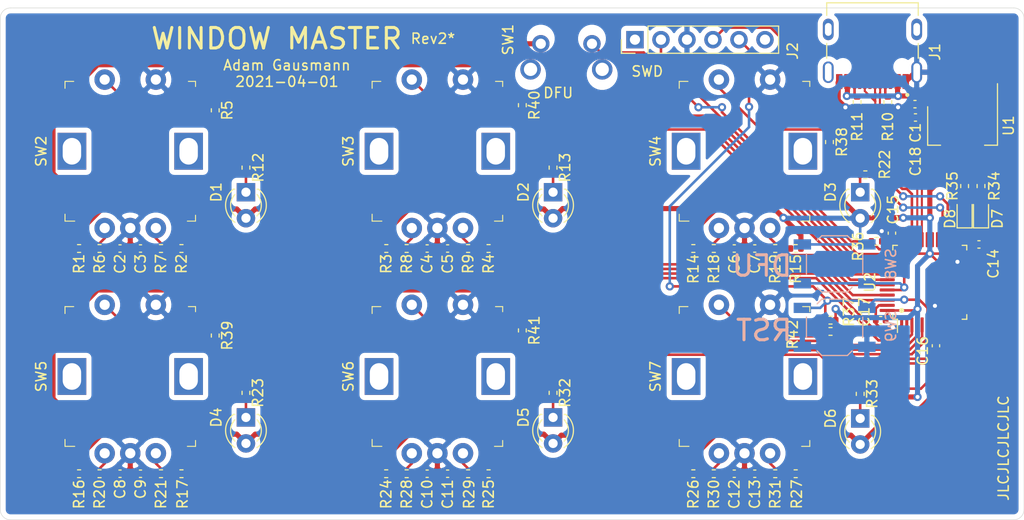
<source format=kicad_pcb>
(kicad_pcb (version 20171130) (host pcbnew "(5.1.9)-1")
  (layers (0 F.Cu signal) (31 B.Cu signal hide) (34 B.Paste user) (35 F.Paste user) (36 B.SilkS user) (37 F.SilkS user) (38 B.Mask user) (39 F.Mask user) (44 Edge.Cuts user))
  (net 0 "")
  (net 1 GND)
  (net 2 ENC_1A)
  (net 3 ENC_1B)
  (net 4 ENC_2A)
  (net 5 ENC_2B)
  (net 6 ENC_3A)
  (net 7 ENC_3B)
  (net 8 ENC_4A)
  (net 9 ENC_4B)
  (net 10 ENC_5A)
  (net 11 ENC_5B)
  (net 12 ENC_6A)
  (net 13 ENC_6B)
  (net 14 +3V3)
  (net 15 "Net-(D1-Pad1)")
  (net 16 "Net-(D2-Pad1)")
  (net 17 "Net-(D3-Pad1)")
  (net 18 "Net-(D4-Pad1)")
  (net 19 "Net-(D5-Pad1)")
  (net 20 "Net-(D6-Pad1)")
  (net 21 "Net-(J1-PadB5)")
  (net 22 "Net-(J1-PadB8)")
  (net 23 "Net-(J1-PadA5)")
  (net 24 "Net-(J1-PadA8)")
  (net 25 IND_1)
  (net 26 IND_2)
  (net 27 IND_3)
  (net 28 IND_4)
  (net 29 IND_5)
  (net 30 IND_6)
  (net 31 SW_1)
  (net 32 SW_2)
  (net 33 SW_3)
  (net 34 SW_4)
  (net 35 SW_5)
  (net 36 SW_6)
  (net 37 "Net-(U2-Pad31)")
  (net 38 "Net-(D7-Pad2)")
  (net 39 "Net-(D8-Pad2)")
  (net 40 STATUS)
  (net 41 NRST)
  (net 42 "Net-(U2-Pad19)")
  (net 43 "Net-(U2-Pad20)")
  (net 44 "Net-(U2-Pad21)")
  (net 45 "Net-(U2-Pad22)")
  (net 46 "Net-(U2-Pad26)")
  (net 47 "Net-(U2-Pad29)")
  (net 48 "Net-(U2-Pad30)")
  (net 49 DFU)
  (net 50 VBUS)
  (net 51 "Net-(R1-Pad2)")
  (net 52 "Net-(R2-Pad2)")
  (net 53 "Net-(R3-Pad2)")
  (net 54 "Net-(R4-Pad2)")
  (net 55 "Net-(R14-Pad2)")
  (net 56 "Net-(R15-Pad2)")
  (net 57 "Net-(R16-Pad2)")
  (net 58 "Net-(R17-Pad2)")
  (net 59 "Net-(R24-Pad2)")
  (net 60 "Net-(R25-Pad2)")
  (net 61 "Net-(R26-Pad2)")
  (net 62 "Net-(R27-Pad2)")
  (net 63 SWO)
  (net 64 SWDIO)
  (net 65 SWCLK)
  (net 66 3V3)
  (net 67 USB_D+)
  (net 68 USB_D-)
  (module windowmaster:MJTP1117 (layer F.Cu) (at 195.3 84.5 180)
    (fp_text reference SW1 (at 5.7 1.4 90) (layer F.SilkS))
    (fp_text value SW_DFU2)
    (pad 2 thru_hole circle (at 2.5 1 180) (size 1.7 1.7) (drill 1) (layers *.Cu *.Mask) (net 14 +3V3))
    (pad 1 thru_hole circle (at -2.5 1 180) (size 1.7 1.7) (drill 1) (layers *.Cu *.Mask) (net 49 DFU))
    (pad "" thru_hole circle (at 3.5 -1.5 180) (size 2 2) (drill 1.3) (layers *.Cu *.Mask))
    (pad "" thru_hole circle (at -3.5 -1.5 180) (size 2 2) (drill 1.3) (layers *.Cu *.Mask))
  )
  (module Package_QFP:LQFP-48_7x7mm_P0.5mm (layer F.Cu) (at 230.8 106.8 90)
    (fp_text reference U2 (at 0 -5.85 270) (layer F.SilkS))
    (fp_text value STM32F072C8T6)
    (pad 48 smd roundrect (at -2.75 -4.1625 90) (size 0.3 1.475) (layers F.Cu F.Paste F.Mask) (net 14 +3V3))
    (pad 47 smd roundrect (at -2.25 -4.1625 90) (size 0.3 1.475) (layers F.Cu F.Paste F.Mask) (net 1 GND))
    (pad 46 smd roundrect (at -1.75 -4.1625 90) (size 0.3 1.475) (layers F.Cu F.Paste F.Mask) (net 4 ENC_2A))
    (pad 45 smd roundrect (at -1.25 -4.1625 90) (size 0.3 1.475) (layers F.Cu F.Paste F.Mask) (net 5 ENC_2B))
    (pad 44 smd roundrect (at -0.75 -4.1625 90) (size 0.3 1.475) (layers F.Cu F.Paste F.Mask) (net 49 DFU))
    (pad 43 smd roundrect (at -0.25 -4.1625 90) (size 0.3 1.475) (layers F.Cu F.Paste F.Mask) (net 6 ENC_3A))
    (pad 42 smd roundrect (at 0.25 -4.1625 90) (size 0.3 1.475) (layers F.Cu F.Paste F.Mask) (net 7 ENC_3B))
    (pad 41 smd roundrect (at 0.75 -4.1625 90) (size 0.3 1.475) (layers F.Cu F.Paste F.Mask) (net 26 IND_2))
    (pad 40 smd roundrect (at 1.25 -4.1625 90) (size 0.3 1.475) (layers F.Cu F.Paste F.Mask) (net 25 IND_1))
    (pad 39 smd roundrect (at 1.75 -4.1625 90) (size 0.3 1.475) (layers F.Cu F.Paste F.Mask) (net 31 SW_1))
    (pad 38 smd roundrect (at 2.25 -4.1625 90) (size 0.3 1.475) (layers F.Cu F.Paste F.Mask) (net 32 SW_2))
    (pad 37 smd roundrect (at 2.75 -4.1625 90) (size 0.3 1.475) (layers F.Cu F.Paste F.Mask) (net 65 SWCLK))
    (pad 36 smd roundrect (at 4.1625 -2.75 90) (size 1.475 0.3) (layers F.Cu F.Paste F.Mask) (net 14 +3V3))
    (pad 35 smd roundrect (at 4.1625 -2.25 90) (size 1.475 0.3) (layers F.Cu F.Paste F.Mask) (net 1 GND))
    (pad 34 smd roundrect (at 4.1625 -1.75 90) (size 1.475 0.3) (layers F.Cu F.Paste F.Mask) (net 64 SWDIO))
    (pad 33 smd roundrect (at 4.1625 -1.25 90) (size 1.475 0.3) (layers F.Cu F.Paste F.Mask) (net 67 USB_D+))
    (pad 32 smd roundrect (at 4.1625 -0.75 90) (size 1.475 0.3) (layers F.Cu F.Paste F.Mask) (net 68 USB_D-))
    (pad 31 smd roundrect (at 4.1625 -0.25 90) (size 1.475 0.3) (layers F.Cu F.Paste F.Mask) (net 37 "Net-(U2-Pad31)"))
    (pad 30 smd roundrect (at 4.1625 0.25 90) (size 1.475 0.3) (layers F.Cu F.Paste F.Mask) (net 48 "Net-(U2-Pad30)"))
    (pad 29 smd roundrect (at 4.1625 0.75 90) (size 1.475 0.3) (layers F.Cu F.Paste F.Mask) (net 47 "Net-(U2-Pad29)"))
    (pad 28 smd roundrect (at 4.1625 1.25 90) (size 1.475 0.3) (layers F.Cu F.Paste F.Mask) (net 27 IND_3))
    (pad 27 smd roundrect (at 4.1625 1.75 90) (size 1.475 0.3) (layers F.Cu F.Paste F.Mask) (net 33 SW_3))
    (pad 26 smd roundrect (at 4.1625 2.25 90) (size 1.475 0.3) (layers F.Cu F.Paste F.Mask) (net 46 "Net-(U2-Pad26)"))
    (pad 25 smd roundrect (at 4.1625 2.75 90) (size 1.475 0.3) (layers F.Cu F.Paste F.Mask) (net 40 STATUS))
    (pad 24 smd roundrect (at 2.75 4.1625 90) (size 0.3 1.475) (layers F.Cu F.Paste F.Mask) (net 14 +3V3))
    (pad 23 smd roundrect (at 2.25 4.1625 90) (size 0.3 1.475) (layers F.Cu F.Paste F.Mask) (net 1 GND))
    (pad 22 smd roundrect (at 1.75 4.1625 90) (size 0.3 1.475) (layers F.Cu F.Paste F.Mask) (net 45 "Net-(U2-Pad22)"))
    (pad 21 smd roundrect (at 1.25 4.1625 90) (size 0.3 1.475) (layers F.Cu F.Paste F.Mask) (net 44 "Net-(U2-Pad21)"))
    (pad 20 smd roundrect (at 0.75 4.1625 90) (size 0.3 1.475) (layers F.Cu F.Paste F.Mask) (net 43 "Net-(U2-Pad20)"))
    (pad 19 smd roundrect (at 0.25 4.1625 90) (size 0.3 1.475) (layers F.Cu F.Paste F.Mask) (net 42 "Net-(U2-Pad19)"))
    (pad 18 smd roundrect (at -0.25 4.1625 90) (size 0.3 1.475) (layers F.Cu F.Paste F.Mask) (net 8 ENC_4A))
    (pad 17 smd roundrect (at -0.75 4.1625 90) (size 0.3 1.475) (layers F.Cu F.Paste F.Mask) (net 9 ENC_4B))
    (pad 16 smd roundrect (at -1.25 4.1625 90) (size 0.3 1.475) (layers F.Cu F.Paste F.Mask) (net 10 ENC_5A))
    (pad 15 smd roundrect (at -1.75 4.1625 90) (size 0.3 1.475) (layers F.Cu F.Paste F.Mask) (net 11 ENC_5B))
    (pad 14 smd roundrect (at -2.25 4.1625 90) (size 0.3 1.475) (layers F.Cu F.Paste F.Mask) (net 12 ENC_6A))
    (pad 13 smd roundrect (at -2.75 4.1625 90) (size 0.3 1.475) (layers F.Cu F.Paste F.Mask) (net 13 ENC_6B))
    (pad 12 smd roundrect (at -4.1625 2.75 90) (size 1.475 0.3) (layers F.Cu F.Paste F.Mask) (net 30 IND_6))
    (pad 11 smd roundrect (at -4.1625 2.25 90) (size 1.475 0.3) (layers F.Cu F.Paste F.Mask) (net 29 IND_5))
    (pad 10 smd roundrect (at -4.1625 1.75 90) (size 1.475 0.3) (layers F.Cu F.Paste F.Mask) (net 28 IND_4))
    (pad 9 smd roundrect (at -4.1625 1.25 90) (size 1.475 0.3) (layers F.Cu F.Paste F.Mask) (net 14 +3V3))
    (pad 8 smd roundrect (at -4.1625 0.75 90) (size 1.475 0.3) (layers F.Cu F.Paste F.Mask) (net 1 GND))
    (pad 7 smd roundrect (at -4.1625 0.25 90) (size 1.475 0.3) (layers F.Cu F.Paste F.Mask) (net 41 NRST))
    (pad 6 smd roundrect (at -4.1625 -0.25 90) (size 1.475 0.3) (layers F.Cu F.Paste F.Mask) (net 34 SW_4))
    (pad 5 smd roundrect (at -4.1625 -0.75 90) (size 1.475 0.3) (layers F.Cu F.Paste F.Mask) (net 35 SW_5))
    (pad 4 smd roundrect (at -4.1625 -1.25 90) (size 1.475 0.3) (layers F.Cu F.Paste F.Mask) (net 36 SW_6))
    (pad 3 smd roundrect (at -4.1625 -1.75 90) (size 1.475 0.3) (layers F.Cu F.Paste F.Mask) (net 2 ENC_1A))
    (pad 2 smd roundrect (at -4.1625 -2.25 90) (size 1.475 0.3) (layers F.Cu F.Paste F.Mask) (net 3 ENC_1B))
    (pad 1 smd roundrect (at -4.1625 -2.75 90) (size 1.475 0.3) (layers F.Cu F.Paste F.Mask) (net 1 GND))
  )
  (module Resistor_SMD:R_0402_1005Metric (layer F.Cu) (at 221.1 111.6 180)
    (fp_text reference R42 (at 3.7 -0.3 90) (layer F.SilkS))
    (fp_text value 10K)
    (pad 2 smd roundrect (at 0.51 0 180) (size 0.54 0.64) (layers F.Cu F.Paste F.Mask) (net 36 SW_6))
    (pad 1 smd roundrect (at -0.51 0 180) (size 0.54 0.64) (layers F.Cu F.Paste F.Mask) (net 14 +3V3))
  )
  (module Resistor_SMD:R_0402_1005Metric (layer F.Cu) (at 191 111.5 270)
    (fp_text reference R41 (at 0 -1.17 90) (layer F.SilkS))
    (fp_text value 10K)
    (pad 2 smd roundrect (at 0.51 0 270) (size 0.54 0.64) (layers F.Cu F.Paste F.Mask) (net 35 SW_5))
    (pad 1 smd roundrect (at -0.51 0 270) (size 0.54 0.64) (layers F.Cu F.Paste F.Mask) (net 14 +3V3))
  )
  (module Resistor_SMD:R_0402_1005Metric (layer F.Cu) (at 191 89.5 270)
    (fp_text reference R40 (at 0 -1.17 90) (layer F.SilkS))
    (fp_text value 10K)
    (pad 2 smd roundrect (at 0.51 0 270) (size 0.54 0.64) (layers F.Cu F.Paste F.Mask) (net 32 SW_2))
    (pad 1 smd roundrect (at -0.51 0 270) (size 0.54 0.64) (layers F.Cu F.Paste F.Mask) (net 14 +3V3))
  )
  (module Resistor_SMD:R_0402_1005Metric (layer F.Cu) (at 161 112 270)
    (fp_text reference R39 (at 0 -1.17 90) (layer F.SilkS))
    (fp_text value 10K)
    (pad 2 smd roundrect (at 0.51 0 270) (size 0.54 0.64) (layers F.Cu F.Paste F.Mask) (net 34 SW_4))
    (pad 1 smd roundrect (at -0.51 0 270) (size 0.54 0.64) (layers F.Cu F.Paste F.Mask) (net 14 +3V3))
  )
  (module Resistor_SMD:R_0402_1005Metric (layer F.Cu) (at 221 93.1 90)
    (fp_text reference R38 (at 0 1.2 90) (layer F.SilkS))
    (fp_text value 10K)
    (pad 2 smd roundrect (at 0.51 0 90) (size 0.54 0.64) (layers F.Cu F.Paste F.Mask) (net 33 SW_3))
    (pad 1 smd roundrect (at -0.51 0 90) (size 0.54 0.64) (layers F.Cu F.Paste F.Mask) (net 14 +3V3))
  )
  (module Resistor_SMD:R_0402_1005Metric (layer F.Cu) (at 161 90 270)
    (fp_text reference R5 (at 0 -1.17 90) (layer F.SilkS))
    (fp_text value 10K)
    (pad 2 smd roundrect (at 0.51 0 270) (size 0.54 0.64) (layers F.Cu F.Paste F.Mask) (net 31 SW_1))
    (pad 1 smd roundrect (at -0.51 0 270) (size 0.54 0.64) (layers F.Cu F.Paste F.Mask) (net 14 +3V3))
  )
  (module Capacitor_SMD:C_0402_1005Metric (layer F.Cu) (at 229.4 90.7 180)
    (fp_text reference C18 (at 0 -4.3 270) (layer F.SilkS))
    (fp_text value 4.7uF)
    (pad 2 smd roundrect (at 0.48 0 180) (size 0.56 0.62) (layers F.Cu F.Paste F.Mask) (net 1 GND))
    (pad 1 smd roundrect (at -0.48 0 180) (size 0.56 0.62) (layers F.Cu F.Paste F.Mask) (net 14 +3V3))
  )
  (module windowmaster:HRO_TYPE-C-31-M-12 (layer F.Cu) (at 225.2 82.1 180)
    (fp_text reference J1 (at -6.1 -2.2 270) (layer F.SilkS))
    (fp_text value USB_C_Receptacle_USB2.0)
    (pad B1 smd rect (at 3.25 -5.105 180) (size 0.6 1.45) (layers F.Cu F.Paste F.Mask) (net 1 GND))
    (pad B4 smd rect (at 2.45 -5.095 180) (size 0.6 1.45) (layers F.Cu F.Paste F.Mask) (net 50 VBUS))
    (pad A4 smd rect (at -2.45 -5.095 180) (size 0.6 1.45) (layers F.Cu F.Paste F.Mask) (net 50 VBUS))
    (pad A1 smd rect (at -3.25 -5.095 180) (size 0.6 1.45) (layers F.Cu F.Paste F.Mask) (net 1 GND))
    (pad B12 smd rect (at -3.25 -5.095 180) (size 0.6 1.45) (layers F.Cu F.Paste F.Mask) (net 1 GND))
    (pad B9 smd rect (at -2.45 -5.095 180) (size 0.6 1.45) (layers F.Cu F.Paste F.Mask) (net 50 VBUS))
    (pad A6 smd rect (at -0.25 -5.095 180) (size 0.3 1.45) (layers F.Cu F.Paste F.Mask) (net 67 USB_D+))
    (pad B7 smd rect (at -0.75 -5.095 180) (size 0.3 1.45) (layers F.Cu F.Paste F.Mask) (net 68 USB_D-))
    (pad A5 smd rect (at -1.25 -5.095 180) (size 0.3 1.45) (layers F.Cu F.Paste F.Mask) (net 23 "Net-(J1-PadA5)"))
    (pad B8 smd rect (at -1.75 -5.095 180) (size 0.3 1.45) (layers F.Cu F.Paste F.Mask) (net 22 "Net-(J1-PadB8)"))
    (pad A7 smd rect (at 0.25 -5.095 180) (size 0.3 1.45) (layers F.Cu F.Paste F.Mask) (net 68 USB_D-))
    (pad B6 smd rect (at 0.75 -5.095 180) (size 0.3 1.45) (layers F.Cu F.Paste F.Mask) (net 67 USB_D+))
    (pad A8 smd rect (at 1.25 -5.095 180) (size 0.3 1.45) (layers F.Cu F.Paste F.Mask) (net 24 "Net-(J1-PadA8)"))
    (pad B5 smd rect (at 1.75 -5.095 180) (size 0.3 1.45) (layers F.Cu F.Paste F.Mask) (net 21 "Net-(J1-PadB5)"))
    (pad A9 smd rect (at 2.45 -5.095 180) (size 0.6 1.45) (layers F.Cu F.Paste F.Mask) (net 50 VBUS))
    (pad A12 smd rect (at 3.25 -5.095 180) (size 0.6 1.45) (layers F.Cu F.Paste F.Mask) (net 1 GND))
    (pad S1 thru_hole oval (at -4.32 -4.18 180) (size 1.05 2.1) (drill oval 0.65 1.75) (layers *.Cu *.Mask) (net 1 GND))
    (pad S2 thru_hole oval (at 4.32 -4.18 180) (size 1.05 2.1) (drill oval 0.65 1.75) (layers *.Cu *.Mask))
    (pad S3 thru_hole oval (at -4.32 0 180) (size 1.05 2.1) (drill oval 0.65 1.25) (layers *.Cu *.Mask))
    (pad S4 thru_hole oval (at 4.32 0 180) (size 1.05 2.1) (drill oval 0.65 1.25) (layers *.Cu *.Mask))
    (pad None np_thru_hole circle (at -2.89 -3.65 180) (size 0.7 0.7) (drill 0.7) (layers *.Cu *.Mask))
    (pad None np_thru_hole circle (at 2.89 -3.65 180) (size 0.7 0.7) (drill 0.7) (layers *.Cu *.Mask))
  )
  (module windowmaster:Rotary_Encoder_Switched_PEC11R (layer F.Cu) (at 207 94)
    (fp_text reference SW4 (at -3 0 90) (layer F.SilkS))
    (fp_text value ENC)
    (pad 3 thru_hole rect (at 0 0) (size 2.8 3.6) (drill oval 1.8 2.6) (layers *.Cu *.Mask))
    (pad 3 thru_hole rect (at 11.4 0) (size 2.8 3.6) (drill oval 1.8 2.6) (layers *.Cu *.Mask))
    (pad S1 thru_hole circle (at 3.2 -7) (size 2 2) (drill 1) (layers *.Cu *.Mask) (net 33 SW_3))
    (pad S2 thru_hole circle (at 8.2 -7) (size 2 2) (drill 1) (layers *.Cu *.Mask) (net 1 GND))
    (pad A thru_hole circle (at 3.2 7.5) (size 2 2) (drill 1) (layers *.Cu *.Mask) (net 55 "Net-(R14-Pad2)"))
    (pad C thru_hole circle (at 5.7 7.5) (size 2 2) (drill 1) (layers *.Cu *.Mask) (net 1 GND))
    (pad B thru_hole circle (at 8.2 7.5) (size 2 2) (drill 1) (layers *.Cu *.Mask) (net 56 "Net-(R15-Pad2)"))
  )
  (module Connector_PinHeader_2.54mm:PinHeader_1x06_P2.54mm_Vertical (layer F.Cu) (at 202 83.1 90)
    (fp_text reference J2 (at -1.1 15.4 270) (layer F.SilkS))
    (fp_text value SWD)
    (pad 6 thru_hole oval (at 0 12.7 90) (size 1.7 1.7) (drill 1) (layers *.Cu *.Mask) (net 63 SWO))
    (pad 5 thru_hole oval (at 0 10.16 90) (size 1.7 1.7) (drill 1) (layers *.Cu *.Mask) (net 41 NRST))
    (pad 4 thru_hole oval (at 0 7.62 90) (size 1.7 1.7) (drill 1) (layers *.Cu *.Mask) (net 64 SWDIO))
    (pad 3 thru_hole oval (at 0 5.08 90) (size 1.7 1.7) (drill 1) (layers *.Cu *.Mask) (net 1 GND))
    (pad 2 thru_hole oval (at 0 2.54 90) (size 1.7 1.7) (drill 1) (layers *.Cu *.Mask) (net 65 SWCLK))
    (pad 1 thru_hole rect (at 0 0 90) (size 1.7 1.7) (drill 1) (layers *.Cu *.Mask) (net 66 3V3))
  )
  (module Button_Switch_SMD:SW_SPST_TL3342 (layer B.Cu) (at 221.5 111.2 180)
    (fp_text reference SW9 (at -5.5 0.1 90) (layer B.SilkS) (effects (justify mirror)))
    (fp_text value SW_RST)
    (pad 2 smd rect (at 3.15 -1.9 180) (size 1.7 1) (layers B.Cu B.Paste B.Mask) (net 1 GND))
    (pad 2 smd rect (at -3.15 -1.9 180) (size 1.7 1) (layers B.Cu B.Paste B.Mask) (net 1 GND))
    (pad 1 smd rect (at 3.15 1.9 180) (size 1.7 1) (layers B.Cu B.Paste B.Mask) (net 41 NRST))
    (pad 1 smd rect (at -3.15 1.9 180) (size 1.7 1) (layers B.Cu B.Paste B.Mask) (net 41 NRST))
  )
  (module Button_Switch_SMD:SW_SPST_TL3342 (layer B.Cu) (at 221.5 105 180)
    (fp_text reference SW8 (at -5.5 0 90) (layer B.SilkS) (effects (justify mirror)))
    (fp_text value SW_DFU)
    (pad 2 smd rect (at 3.15 -1.9 180) (size 1.7 1) (layers B.Cu B.Paste B.Mask) (net 49 DFU))
    (pad 2 smd rect (at -3.15 -1.9 180) (size 1.7 1) (layers B.Cu B.Paste B.Mask) (net 49 DFU))
    (pad 1 smd rect (at 3.15 1.9 180) (size 1.7 1) (layers B.Cu B.Paste B.Mask) (net 14 +3V3))
    (pad 1 smd rect (at -3.15 1.9 180) (size 1.7 1) (layers B.Cu B.Paste B.Mask) (net 14 +3V3))
  )
  (module Resistor_SMD:R_0402_1005Metric (layer F.Cu) (at 221.1 110.5 180)
    (fp_text reference R37 (at -1.8 0.8 90) (layer F.SilkS))
    (fp_text value 10K)
    (pad 2 smd roundrect (at 0.51 0 180) (size 0.54 0.64) (layers F.Cu F.Paste F.Mask) (net 41 NRST))
    (pad 1 smd roundrect (at -0.51 0 180) (size 0.54 0.64) (layers F.Cu F.Paste F.Mask) (net 14 +3V3))
  )
  (module windowmaster:Rotary_Encoder_Switched_PEC11R (layer F.Cu) (at 207 116)
    (fp_text reference SW7 (at -3 0 90) (layer F.SilkS))
    (fp_text value ENC)
    (pad 3 thru_hole rect (at 0 0) (size 2.8 3.6) (drill oval 1.8 2.6) (layers *.Cu *.Mask))
    (pad 3 thru_hole rect (at 11.4 0) (size 2.8 3.6) (drill oval 1.8 2.6) (layers *.Cu *.Mask))
    (pad S1 thru_hole circle (at 3.2 -7) (size 2 2) (drill 1) (layers *.Cu *.Mask) (net 36 SW_6))
    (pad S2 thru_hole circle (at 8.2 -7) (size 2 2) (drill 1) (layers *.Cu *.Mask) (net 1 GND))
    (pad A thru_hole circle (at 3.2 7.5) (size 2 2) (drill 1) (layers *.Cu *.Mask) (net 61 "Net-(R26-Pad2)"))
    (pad C thru_hole circle (at 5.7 7.5) (size 2 2) (drill 1) (layers *.Cu *.Mask) (net 1 GND))
    (pad B thru_hole circle (at 8.2 7.5) (size 2 2) (drill 1) (layers *.Cu *.Mask) (net 62 "Net-(R27-Pad2)"))
  )
  (module windowmaster:Rotary_Encoder_Switched_PEC11R (layer F.Cu) (at 177 116)
    (fp_text reference SW6 (at -3 0 90) (layer F.SilkS))
    (fp_text value ENC)
    (pad 3 thru_hole rect (at 0 0) (size 2.8 3.6) (drill oval 1.8 2.6) (layers *.Cu *.Mask))
    (pad 3 thru_hole rect (at 11.4 0) (size 2.8 3.6) (drill oval 1.8 2.6) (layers *.Cu *.Mask))
    (pad S1 thru_hole circle (at 3.2 -7) (size 2 2) (drill 1) (layers *.Cu *.Mask) (net 35 SW_5))
    (pad S2 thru_hole circle (at 8.2 -7) (size 2 2) (drill 1) (layers *.Cu *.Mask) (net 1 GND))
    (pad A thru_hole circle (at 3.2 7.5) (size 2 2) (drill 1) (layers *.Cu *.Mask) (net 59 "Net-(R24-Pad2)"))
    (pad C thru_hole circle (at 5.7 7.5) (size 2 2) (drill 1) (layers *.Cu *.Mask) (net 1 GND))
    (pad B thru_hole circle (at 8.2 7.5) (size 2 2) (drill 1) (layers *.Cu *.Mask) (net 60 "Net-(R25-Pad2)"))
  )
  (module windowmaster:Rotary_Encoder_Switched_PEC11R (layer F.Cu) (at 147 116)
    (fp_text reference SW5 (at -3 0 270) (layer F.SilkS))
    (fp_text value ENC)
    (pad 3 thru_hole rect (at 0 0) (size 2.8 3.6) (drill oval 1.8 2.6) (layers *.Cu *.Mask))
    (pad 3 thru_hole rect (at 11.4 0) (size 2.8 3.6) (drill oval 1.8 2.6) (layers *.Cu *.Mask))
    (pad S1 thru_hole circle (at 3.2 -7) (size 2 2) (drill 1) (layers *.Cu *.Mask) (net 34 SW_4))
    (pad S2 thru_hole circle (at 8.2 -7) (size 2 2) (drill 1) (layers *.Cu *.Mask) (net 1 GND))
    (pad A thru_hole circle (at 3.2 7.5) (size 2 2) (drill 1) (layers *.Cu *.Mask) (net 57 "Net-(R16-Pad2)"))
    (pad C thru_hole circle (at 5.7 7.5) (size 2 2) (drill 1) (layers *.Cu *.Mask) (net 1 GND))
    (pad B thru_hole circle (at 8.2 7.5) (size 2 2) (drill 1) (layers *.Cu *.Mask) (net 58 "Net-(R17-Pad2)"))
  )
  (module windowmaster:Rotary_Encoder_Switched_PEC11R (layer F.Cu) (at 177 94)
    (fp_text reference SW3 (at -3 0 90) (layer F.SilkS))
    (fp_text value ENC)
    (pad 3 thru_hole rect (at 0 0) (size 2.8 3.6) (drill oval 1.8 2.6) (layers *.Cu *.Mask))
    (pad 3 thru_hole rect (at 11.4 0) (size 2.8 3.6) (drill oval 1.8 2.6) (layers *.Cu *.Mask))
    (pad S1 thru_hole circle (at 3.2 -7) (size 2 2) (drill 1) (layers *.Cu *.Mask) (net 32 SW_2))
    (pad S2 thru_hole circle (at 8.2 -7) (size 2 2) (drill 1) (layers *.Cu *.Mask) (net 1 GND))
    (pad A thru_hole circle (at 3.2 7.5) (size 2 2) (drill 1) (layers *.Cu *.Mask) (net 53 "Net-(R3-Pad2)"))
    (pad C thru_hole circle (at 5.7 7.5) (size 2 2) (drill 1) (layers *.Cu *.Mask) (net 1 GND))
    (pad B thru_hole circle (at 8.2 7.5) (size 2 2) (drill 1) (layers *.Cu *.Mask) (net 54 "Net-(R4-Pad2)"))
  )
  (module windowmaster:Rotary_Encoder_Switched_PEC11R (layer F.Cu) (at 147 94)
    (fp_text reference SW2 (at -3 0 90) (layer F.SilkS))
    (fp_text value ENC)
    (pad 3 thru_hole rect (at 0 0) (size 2.8 3.6) (drill oval 1.8 2.6) (layers *.Cu *.Mask))
    (pad 3 thru_hole rect (at 11.4 0) (size 2.8 3.6) (drill oval 1.8 2.6) (layers *.Cu *.Mask))
    (pad S1 thru_hole circle (at 3.2 -7) (size 2 2) (drill 1) (layers *.Cu *.Mask) (net 31 SW_1))
    (pad S2 thru_hole circle (at 8.2 -7) (size 2 2) (drill 1) (layers *.Cu *.Mask) (net 1 GND))
    (pad A thru_hole circle (at 3.2 7.5) (size 2 2) (drill 1) (layers *.Cu *.Mask) (net 51 "Net-(R1-Pad2)"))
    (pad C thru_hole circle (at 5.7 7.5) (size 2 2) (drill 1) (layers *.Cu *.Mask) (net 1 GND))
    (pad B thru_hole circle (at 8.2 7.5) (size 2 2) (drill 1) (layers *.Cu *.Mask) (net 52 "Net-(R2-Pad2)"))
  )
  (module Resistor_SMD:R_0402_1005Metric (layer F.Cu) (at 225.6 102.8)
    (fp_text reference R36 (at -1.8 0.5 270) (layer F.SilkS))
    (fp_text value 10K)
    (pad 2 smd roundrect (at 0.51 0) (size 0.54 0.64) (layers F.Cu F.Paste F.Mask) (net 1 GND))
    (pad 1 smd roundrect (at -0.51 0) (size 0.54 0.64) (layers F.Cu F.Paste F.Mask) (net 49 DFU))
  )
  (module LED_THT:LED_D3.0mm (layer F.Cu) (at 224 98 270)
    (fp_text reference D3 (at 0 2.9 90) (layer F.SilkS))
    (fp_text value LED)
    (pad 2 thru_hole circle (at 2.54 0 270) (size 1.8 1.8) (drill 0.9) (layers *.Cu *.Mask) (net 14 +3V3))
    (pad 1 thru_hole rect (at 0 0 270) (size 1.8 1.8) (drill 0.9) (layers *.Cu *.Mask) (net 17 "Net-(D3-Pad1)"))
  )
  (module LED_THT:LED_D3.0mm (layer F.Cu) (at 224 120.1 270)
    (fp_text reference D6 (at 0 2.9 90) (layer F.SilkS))
    (fp_text value LED)
    (pad 2 thru_hole circle (at 2.54 0 270) (size 1.8 1.8) (drill 0.9) (layers *.Cu *.Mask) (net 14 +3V3))
    (pad 1 thru_hole rect (at 0 0 270) (size 1.8 1.8) (drill 0.9) (layers *.Cu *.Mask) (net 20 "Net-(D6-Pad1)"))
  )
  (module LED_THT:LED_D3.0mm (layer F.Cu) (at 194 120 270)
    (fp_text reference D5 (at 0 2.9 90) (layer F.SilkS))
    (fp_text value LED)
    (pad 2 thru_hole circle (at 2.54 0 270) (size 1.8 1.8) (drill 0.9) (layers *.Cu *.Mask) (net 14 +3V3))
    (pad 1 thru_hole rect (at 0 0 270) (size 1.8 1.8) (drill 0.9) (layers *.Cu *.Mask) (net 19 "Net-(D5-Pad1)"))
  )
  (module LED_THT:LED_D3.0mm (layer F.Cu) (at 164 120 270)
    (fp_text reference D4 (at 0 2.9 90) (layer F.SilkS))
    (fp_text value LED)
    (pad 2 thru_hole circle (at 2.54 0 270) (size 1.8 1.8) (drill 0.9) (layers *.Cu *.Mask) (net 14 +3V3))
    (pad 1 thru_hole rect (at 0 0 270) (size 1.8 1.8) (drill 0.9) (layers *.Cu *.Mask) (net 18 "Net-(D4-Pad1)"))
  )
  (module LED_THT:LED_D3.0mm (layer F.Cu) (at 194 98 270)
    (fp_text reference D2 (at 0 2.9 90) (layer F.SilkS))
    (fp_text value LED)
    (pad 2 thru_hole circle (at 2.54 0 270) (size 1.8 1.8) (drill 0.9) (layers *.Cu *.Mask) (net 14 +3V3))
    (pad 1 thru_hole rect (at 0 0 270) (size 1.8 1.8) (drill 0.9) (layers *.Cu *.Mask) (net 16 "Net-(D2-Pad1)"))
  )
  (module LED_THT:LED_D3.0mm (layer F.Cu) (at 164 98 270)
    (fp_text reference D1 (at 0 2.9 90) (layer F.SilkS))
    (fp_text value LED)
    (pad 2 thru_hole circle (at 2.54 0 270) (size 1.8 1.8) (drill 0.9) (layers *.Cu *.Mask) (net 14 +3V3))
    (pad 1 thru_hole rect (at 0 0 270) (size 1.8 1.8) (drill 0.9) (layers *.Cu *.Mask) (net 15 "Net-(D1-Pad1)"))
  )
  (module Resistor_SMD:R_0402_1005Metric (layer F.Cu) (at 234.2 97.4 270)
    (fp_text reference R35 (at 0 1.2 90) (layer F.SilkS))
    (fp_text value 1K)
    (pad 1 smd roundrect (at -0.51 0 270) (size 0.54 0.64) (layers F.Cu F.Paste F.Mask) (net 14 +3V3))
    (pad 2 smd roundrect (at 0.51 0 270) (size 0.54 0.64) (layers F.Cu F.Paste F.Mask) (net 39 "Net-(D8-Pad2)"))
  )
  (module Resistor_SMD:R_0402_1005Metric (layer F.Cu) (at 235.8 97.4 270)
    (fp_text reference R34 (at 0 -1.3 90) (layer F.SilkS))
    (fp_text value 1K)
    (pad 1 smd roundrect (at -0.51 0 270) (size 0.54 0.64) (layers F.Cu F.Paste F.Mask) (net 14 +3V3))
    (pad 2 smd roundrect (at 0.51 0 270) (size 0.54 0.64) (layers F.Cu F.Paste F.Mask) (net 38 "Net-(D7-Pad2)"))
  )
  (module LED_SMD:LED_0603_1608Metric (layer F.Cu) (at 234.2 100 90)
    (fp_text reference D8 (at -0.6 -1.43 90) (layer F.SilkS))
    (fp_text value STATUS_LED)
    (pad 1 smd roundrect (at -0.7875 0 90) (size 0.875 0.95) (layers F.Cu F.Paste F.Mask) (net 40 STATUS))
    (pad 2 smd roundrect (at 0.7875 0 90) (size 0.875 0.95) (layers F.Cu F.Paste F.Mask) (net 39 "Net-(D8-Pad2)"))
  )
  (module LED_SMD:LED_0603_1608Metric (layer F.Cu) (at 235.8 100 90)
    (fp_text reference D7 (at -0.6 1.6 90) (layer F.SilkS))
    (fp_text value PWR_LED)
    (pad 1 smd roundrect (at -0.7875 0 90) (size 0.875 0.95) (layers F.Cu F.Paste F.Mask) (net 1 GND))
    (pad 2 smd roundrect (at 0.7875 0 90) (size 0.875 0.95) (layers F.Cu F.Paste F.Mask) (net 38 "Net-(D7-Pad2)"))
  )
  (module Package_TO_SOT_SMD:SOT-223-3_TabPin2 (layer F.Cu) (at 234 91.5 270)
    (fp_text reference U1 (at 0 -4.5 270) (layer F.SilkS))
    (fp_text value AZ1117-3.3)
    (pad 1 smd rect (at -3.15 -2.3 270) (size 2 1.5) (layers F.Cu F.Paste F.Mask) (net 1 GND))
    (pad 3 smd rect (at -3.15 2.3 270) (size 2 1.5) (layers F.Cu F.Paste F.Mask) (net 50 VBUS))
    (pad 2 smd rect (at -3.15 0 270) (size 2 1.5) (layers F.Cu F.Paste F.Mask) (net 14 +3V3))
    (pad 2 smd rect (at 3.15 0 270) (size 2 3.8) (layers F.Cu F.Paste F.Mask) (net 14 +3V3))
  )
  (module Resistor_SMD:R_0402_1005Metric (layer F.Cu) (at 224 117.7 270)
    (fp_text reference R33 (at 0 -1.17 270) (layer F.SilkS))
    (fp_text value 1K)
    (pad 2 smd roundrect (at 0.51 0 270) (size 0.54 0.64) (layers F.Cu F.Paste F.Mask) (net 20 "Net-(D6-Pad1)"))
    (pad 1 smd roundrect (at -0.51 0 270) (size 0.54 0.64) (layers F.Cu F.Paste F.Mask) (net 30 IND_6))
  )
  (module Resistor_SMD:R_0402_1005Metric (layer F.Cu) (at 194 117.6 270)
    (fp_text reference R32 (at 0 -1.17 270) (layer F.SilkS))
    (fp_text value 1K)
    (pad 2 smd roundrect (at 0.51 0 270) (size 0.54 0.64) (layers F.Cu F.Paste F.Mask) (net 19 "Net-(D5-Pad1)"))
    (pad 1 smd roundrect (at -0.51 0 270) (size 0.54 0.64) (layers F.Cu F.Paste F.Mask) (net 29 IND_5))
  )
  (module Resistor_SMD:R_0402_1005Metric (layer F.Cu) (at 215.7 125.5 180)
    (fp_text reference R31 (at 0 -2 270) (layer F.SilkS))
    (fp_text value 10K)
    (pad 2 smd roundrect (at 0.51 0 180) (size 0.54 0.64) (layers F.Cu F.Paste F.Mask) (net 13 ENC_6B))
    (pad 1 smd roundrect (at -0.51 0 180) (size 0.54 0.64) (layers F.Cu F.Paste F.Mask) (net 62 "Net-(R27-Pad2)"))
  )
  (module Resistor_SMD:R_0402_1005Metric (layer F.Cu) (at 209.7 125.5)
    (fp_text reference R30 (at 0 2 90) (layer F.SilkS))
    (fp_text value 10K)
    (pad 2 smd roundrect (at 0.51 0) (size 0.54 0.64) (layers F.Cu F.Paste F.Mask) (net 12 ENC_6A))
    (pad 1 smd roundrect (at -0.51 0) (size 0.54 0.64) (layers F.Cu F.Paste F.Mask) (net 61 "Net-(R26-Pad2)"))
  )
  (module Resistor_SMD:R_0402_1005Metric (layer F.Cu) (at 185.7 125.5 180)
    (fp_text reference R29 (at -0.1 -2 270) (layer F.SilkS))
    (fp_text value 10K)
    (pad 2 smd roundrect (at 0.51 0 180) (size 0.54 0.64) (layers F.Cu F.Paste F.Mask) (net 11 ENC_5B))
    (pad 1 smd roundrect (at -0.51 0 180) (size 0.54 0.64) (layers F.Cu F.Paste F.Mask) (net 60 "Net-(R25-Pad2)"))
  )
  (module Resistor_SMD:R_0402_1005Metric (layer F.Cu) (at 179.7 125.5)
    (fp_text reference R28 (at 0 2 90) (layer F.SilkS))
    (fp_text value 10K)
    (pad 2 smd roundrect (at 0.51 0) (size 0.54 0.64) (layers F.Cu F.Paste F.Mask) (net 10 ENC_5A))
    (pad 1 smd roundrect (at -0.51 0) (size 0.54 0.64) (layers F.Cu F.Paste F.Mask) (net 59 "Net-(R24-Pad2)"))
  )
  (module Resistor_SMD:R_0402_1005Metric (layer F.Cu) (at 217.7 125.5 180)
    (fp_text reference R27 (at -0.1 -2 270) (layer F.SilkS))
    (fp_text value 10K)
    (pad 2 smd roundrect (at 0.51 0 180) (size 0.54 0.64) (layers F.Cu F.Paste F.Mask) (net 62 "Net-(R27-Pad2)"))
    (pad 1 smd roundrect (at -0.51 0 180) (size 0.54 0.64) (layers F.Cu F.Paste F.Mask) (net 14 +3V3))
  )
  (module Resistor_SMD:R_0402_1005Metric (layer F.Cu) (at 207.7 125.5)
    (fp_text reference R26 (at 0 2 270) (layer F.SilkS))
    (fp_text value 10K)
    (pad 2 smd roundrect (at 0.51 0) (size 0.54 0.64) (layers F.Cu F.Paste F.Mask) (net 61 "Net-(R26-Pad2)"))
    (pad 1 smd roundrect (at -0.51 0) (size 0.54 0.64) (layers F.Cu F.Paste F.Mask) (net 14 +3V3))
  )
  (module Resistor_SMD:R_0402_1005Metric (layer F.Cu) (at 187.7 125.5 180)
    (fp_text reference R25 (at 0 -2 270) (layer F.SilkS))
    (fp_text value 10K)
    (pad 2 smd roundrect (at 0.51 0 180) (size 0.54 0.64) (layers F.Cu F.Paste F.Mask) (net 60 "Net-(R25-Pad2)"))
    (pad 1 smd roundrect (at -0.51 0 180) (size 0.54 0.64) (layers F.Cu F.Paste F.Mask) (net 14 +3V3))
  )
  (module Resistor_SMD:R_0402_1005Metric (layer F.Cu) (at 177.7 125.5)
    (fp_text reference R24 (at 0 2 270) (layer F.SilkS))
    (fp_text value 10K)
    (pad 2 smd roundrect (at 0.51 0) (size 0.54 0.64) (layers F.Cu F.Paste F.Mask) (net 59 "Net-(R24-Pad2)"))
    (pad 1 smd roundrect (at -0.51 0) (size 0.54 0.64) (layers F.Cu F.Paste F.Mask) (net 14 +3V3))
  )
  (module Resistor_SMD:R_0402_1005Metric (layer F.Cu) (at 164 117.6 270)
    (fp_text reference R23 (at 0 -1.17 270) (layer F.SilkS))
    (fp_text value 1K)
    (pad 2 smd roundrect (at 0.51 0 270) (size 0.54 0.64) (layers F.Cu F.Paste F.Mask) (net 18 "Net-(D4-Pad1)"))
    (pad 1 smd roundrect (at -0.51 0 270) (size 0.54 0.64) (layers F.Cu F.Paste F.Mask) (net 28 IND_4))
  )
  (module Resistor_SMD:R_0402_1005Metric (layer F.Cu) (at 224.5 96.3 180)
    (fp_text reference R22 (at -1.9 1 270) (layer F.SilkS))
    (fp_text value 1K)
    (pad 1 smd roundrect (at -0.51 0 180) (size 0.54 0.64) (layers F.Cu F.Paste F.Mask) (net 27 IND_3))
    (pad 2 smd roundrect (at 0.51 0 180) (size 0.54 0.64) (layers F.Cu F.Paste F.Mask) (net 17 "Net-(D3-Pad1)"))
  )
  (module Resistor_SMD:R_0402_1005Metric (layer F.Cu) (at 155.7 125.5 180)
    (fp_text reference R21 (at 0 -2 270) (layer F.SilkS))
    (fp_text value 10K)
    (pad 2 smd roundrect (at 0.51 0 180) (size 0.54 0.64) (layers F.Cu F.Paste F.Mask) (net 9 ENC_4B))
    (pad 1 smd roundrect (at -0.51 0 180) (size 0.54 0.64) (layers F.Cu F.Paste F.Mask) (net 58 "Net-(R17-Pad2)"))
  )
  (module Resistor_SMD:R_0402_1005Metric (layer F.Cu) (at 149.7 125.5)
    (fp_text reference R20 (at 0 2 90) (layer F.SilkS))
    (fp_text value 10K)
    (pad 2 smd roundrect (at 0.51 0) (size 0.54 0.64) (layers F.Cu F.Paste F.Mask) (net 8 ENC_4A))
    (pad 1 smd roundrect (at -0.51 0) (size 0.54 0.64) (layers F.Cu F.Paste F.Mask) (net 57 "Net-(R16-Pad2)"))
  )
  (module Resistor_SMD:R_0402_1005Metric (layer F.Cu) (at 215.7 103.5 180)
    (fp_text reference R19 (at 0 -2 270) (layer F.SilkS))
    (fp_text value 10K)
    (pad 2 smd roundrect (at 0.51 0 180) (size 0.54 0.64) (layers F.Cu F.Paste F.Mask) (net 7 ENC_3B))
    (pad 1 smd roundrect (at -0.51 0 180) (size 0.54 0.64) (layers F.Cu F.Paste F.Mask) (net 56 "Net-(R15-Pad2)"))
  )
  (module Resistor_SMD:R_0402_1005Metric (layer F.Cu) (at 209.7 103.5)
    (fp_text reference R18 (at 0 2 270) (layer F.SilkS))
    (fp_text value 10K)
    (pad 2 smd roundrect (at 0.51 0) (size 0.54 0.64) (layers F.Cu F.Paste F.Mask) (net 6 ENC_3A))
    (pad 1 smd roundrect (at -0.51 0) (size 0.54 0.64) (layers F.Cu F.Paste F.Mask) (net 55 "Net-(R14-Pad2)"))
  )
  (module Resistor_SMD:R_0402_1005Metric (layer F.Cu) (at 157.7 125.5 180)
    (fp_text reference R17 (at -0.1 -2 90) (layer F.SilkS))
    (fp_text value 10K)
    (pad 2 smd roundrect (at 0.51 0 180) (size 0.54 0.64) (layers F.Cu F.Paste F.Mask) (net 58 "Net-(R17-Pad2)"))
    (pad 1 smd roundrect (at -0.51 0 180) (size 0.54 0.64) (layers F.Cu F.Paste F.Mask) (net 14 +3V3))
  )
  (module Resistor_SMD:R_0402_1005Metric (layer F.Cu) (at 147.7 125.5)
    (fp_text reference R16 (at 0 2 270) (layer F.SilkS))
    (fp_text value 10K)
    (pad 2 smd roundrect (at 0.51 0) (size 0.54 0.64) (layers F.Cu F.Paste F.Mask) (net 57 "Net-(R16-Pad2)"))
    (pad 1 smd roundrect (at -0.51 0) (size 0.54 0.64) (layers F.Cu F.Paste F.Mask) (net 14 +3V3))
  )
  (module Resistor_SMD:R_0402_1005Metric (layer F.Cu) (at 217.7 103.5 180)
    (fp_text reference R15 (at 0 -2 270) (layer F.SilkS))
    (fp_text value 10K)
    (pad 2 smd roundrect (at 0.51 0 180) (size 0.54 0.64) (layers F.Cu F.Paste F.Mask) (net 56 "Net-(R15-Pad2)"))
    (pad 1 smd roundrect (at -0.51 0 180) (size 0.54 0.64) (layers F.Cu F.Paste F.Mask) (net 14 +3V3))
  )
  (module Resistor_SMD:R_0402_1005Metric (layer F.Cu) (at 207.7 103.5)
    (fp_text reference R14 (at 0 2 270) (layer F.SilkS))
    (fp_text value 10K)
    (pad 2 smd roundrect (at 0.51 0) (size 0.54 0.64) (layers F.Cu F.Paste F.Mask) (net 55 "Net-(R14-Pad2)"))
    (pad 1 smd roundrect (at -0.51 0) (size 0.54 0.64) (layers F.Cu F.Paste F.Mask) (net 14 +3V3))
  )
  (module Resistor_SMD:R_0402_1005Metric (layer F.Cu) (at 194 95.6 270)
    (fp_text reference R13 (at 0 -1.17 270) (layer F.SilkS))
    (fp_text value 1K)
    (pad 2 smd roundrect (at 0.51 0 270) (size 0.54 0.64) (layers F.Cu F.Paste F.Mask) (net 16 "Net-(D2-Pad1)"))
    (pad 1 smd roundrect (at -0.51 0 270) (size 0.54 0.64) (layers F.Cu F.Paste F.Mask) (net 26 IND_2))
  )
  (module Resistor_SMD:R_0402_1005Metric (layer F.Cu) (at 164 95.6 270)
    (fp_text reference R12 (at 0 -1.2 270) (layer F.SilkS))
    (fp_text value 1K)
    (pad 2 smd roundrect (at 0.51 0 270) (size 0.54 0.64) (layers F.Cu F.Paste F.Mask) (net 15 "Net-(D1-Pad1)"))
    (pad 1 smd roundrect (at -0.51 0 270) (size 0.54 0.64) (layers F.Cu F.Paste F.Mask) (net 25 IND_1))
  )
  (module Resistor_SMD:R_0402_1005Metric (layer F.Cu) (at 223.7 89.2 90)
    (fp_text reference R11 (at -2.4 0 270) (layer F.SilkS))
    (fp_text value 5.1K)
    (pad 2 smd roundrect (at 0.51 0 90) (size 0.54 0.64) (layers F.Cu F.Paste F.Mask) (net 21 "Net-(J1-PadB5)"))
    (pad 1 smd roundrect (at -0.51 0 90) (size 0.54 0.64) (layers F.Cu F.Paste F.Mask) (net 1 GND))
  )
  (module Resistor_SMD:R_0402_1005Metric (layer F.Cu) (at 226.7 89.2 90)
    (fp_text reference R10 (at -2.4 0 270) (layer F.SilkS))
    (fp_text value 5.1K)
    (pad 2 smd roundrect (at 0.51 0 90) (size 0.54 0.64) (layers F.Cu F.Paste F.Mask) (net 23 "Net-(J1-PadA5)"))
    (pad 1 smd roundrect (at -0.51 0 90) (size 0.54 0.64) (layers F.Cu F.Paste F.Mask) (net 1 GND))
  )
  (module Resistor_SMD:R_0402_1005Metric (layer F.Cu) (at 185.7 103.5 180)
    (fp_text reference R9 (at 0 -1.5 270) (layer F.SilkS))
    (fp_text value 10K)
    (pad 1 smd roundrect (at -0.51 0 180) (size 0.54 0.64) (layers F.Cu F.Paste F.Mask) (net 54 "Net-(R4-Pad2)"))
    (pad 2 smd roundrect (at 0.51 0 180) (size 0.54 0.64) (layers F.Cu F.Paste F.Mask) (net 5 ENC_2B))
  )
  (module Resistor_SMD:R_0402_1005Metric (layer F.Cu) (at 179.7 103.5)
    (fp_text reference R8 (at 0 1.5 90) (layer F.SilkS))
    (fp_text value 10K)
    (pad 2 smd roundrect (at 0.51 0) (size 0.54 0.64) (layers F.Cu F.Paste F.Mask) (net 4 ENC_2A))
    (pad 1 smd roundrect (at -0.51 0) (size 0.54 0.64) (layers F.Cu F.Paste F.Mask) (net 53 "Net-(R3-Pad2)"))
  )
  (module Resistor_SMD:R_0402_1005Metric (layer F.Cu) (at 155.7 103.5 180)
    (fp_text reference R7 (at 0 -1.5 270) (layer F.SilkS))
    (fp_text value 10K)
    (pad 2 smd roundrect (at 0.51 0 180) (size 0.54 0.64) (layers F.Cu F.Paste F.Mask) (net 3 ENC_1B))
    (pad 1 smd roundrect (at -0.51 0 180) (size 0.54 0.64) (layers F.Cu F.Paste F.Mask) (net 52 "Net-(R2-Pad2)"))
  )
  (module Resistor_SMD:R_0402_1005Metric (layer F.Cu) (at 149.7 103.5)
    (fp_text reference R6 (at 0 1.5 90) (layer F.SilkS))
    (fp_text value 10K)
    (pad 2 smd roundrect (at 0.51 0) (size 0.54 0.64) (layers F.Cu F.Paste F.Mask) (net 2 ENC_1A))
    (pad 1 smd roundrect (at -0.51 0) (size 0.54 0.64) (layers F.Cu F.Paste F.Mask) (net 51 "Net-(R1-Pad2)"))
  )
  (module Resistor_SMD:R_0402_1005Metric (layer F.Cu) (at 187.7 103.5 180)
    (fp_text reference R4 (at 0 -1.5 90) (layer F.SilkS))
    (fp_text value 10K)
    (pad 2 smd roundrect (at 0.51 0 180) (size 0.54 0.64) (layers F.Cu F.Paste F.Mask) (net 54 "Net-(R4-Pad2)"))
    (pad 1 smd roundrect (at -0.51 0 180) (size 0.54 0.64) (layers F.Cu F.Paste F.Mask) (net 14 +3V3))
  )
  (module Resistor_SMD:R_0402_1005Metric (layer F.Cu) (at 177.71 103.5)
    (fp_text reference R3 (at -0.01 1.5 270) (layer F.SilkS))
    (fp_text value 10K)
    (pad 2 smd roundrect (at 0.51 0) (size 0.54 0.64) (layers F.Cu F.Paste F.Mask) (net 53 "Net-(R3-Pad2)"))
    (pad 1 smd roundrect (at -0.51 0) (size 0.54 0.64) (layers F.Cu F.Paste F.Mask) (net 14 +3V3))
  )
  (module Resistor_SMD:R_0402_1005Metric (layer F.Cu) (at 157.7 103.5 180)
    (fp_text reference R2 (at 0 -1.5 90) (layer F.SilkS))
    (fp_text value 10K)
    (pad 2 smd roundrect (at 0.51 0 180) (size 0.54 0.64) (layers F.Cu F.Paste F.Mask) (net 52 "Net-(R2-Pad2)"))
    (pad 1 smd roundrect (at -0.51 0 180) (size 0.54 0.64) (layers F.Cu F.Paste F.Mask) (net 14 +3V3))
  )
  (module Resistor_SMD:R_0402_1005Metric (layer F.Cu) (at 147.7 103.5)
    (fp_text reference R1 (at 0 1.5 90) (layer F.SilkS))
    (fp_text value 10K)
    (pad 2 smd roundrect (at 0.51 0) (size 0.54 0.64) (layers F.Cu F.Paste F.Mask) (net 51 "Net-(R1-Pad2)"))
    (pad 1 smd roundrect (at -0.51 0) (size 0.54 0.64) (layers F.Cu F.Paste F.Mask) (net 14 +3V3))
  )
  (module Capacitor_SMD:C_0402_1005Metric (layer F.Cu) (at 226 110.5 180)
    (fp_text reference C17 (at 1.6 0.8 270) (layer F.SilkS))
    (fp_text value 100nF)
    (pad 1 smd roundrect (at -0.48 0 180) (size 0.56 0.62) (layers F.Cu F.Paste F.Mask) (net 14 +3V3))
    (pad 2 smd roundrect (at 0.48 0 180) (size 0.56 0.62) (layers F.Cu F.Paste F.Mask) (net 1 GND))
  )
  (module Capacitor_SMD:C_0402_1005Metric (layer F.Cu) (at 231.4 113 90)
    (fp_text reference C16 (at -0.5 -1.3 90) (layer F.SilkS))
    (fp_text value 100nF)
    (pad 2 smd roundrect (at 0.48 0 90) (size 0.56 0.62) (layers F.Cu F.Paste F.Mask) (net 1 GND))
    (pad 1 smd roundrect (at -0.48 0 90) (size 0.56 0.62) (layers F.Cu F.Paste F.Mask) (net 14 +3V3))
  )
  (module Capacitor_SMD:C_0402_1005Metric (layer F.Cu) (at 227.1 102 90)
    (fp_text reference C15 (at 2.3 0.1 90) (layer F.SilkS))
    (fp_text value 100nF)
    (pad 2 smd roundrect (at 0.48 0 90) (size 0.56 0.62) (layers F.Cu F.Paste F.Mask) (net 1 GND))
    (pad 1 smd roundrect (at -0.48 0 90) (size 0.56 0.62) (layers F.Cu F.Paste F.Mask) (net 14 +3V3))
  )
  (module Capacitor_SMD:C_0402_1005Metric (layer F.Cu) (at 235.6 103.1)
    (fp_text reference C14 (at 1.4 1.9 270) (layer F.SilkS))
    (fp_text value 100nF)
    (pad 2 smd roundrect (at 0.48 0) (size 0.56 0.62) (layers F.Cu F.Paste F.Mask) (net 1 GND))
    (pad 1 smd roundrect (at -0.48 0) (size 0.56 0.62) (layers F.Cu F.Paste F.Mask) (net 14 +3V3))
  )
  (module Capacitor_SMD:C_0402_1005Metric (layer F.Cu) (at 213.7 125.5 180)
    (fp_text reference C13 (at 0 -2 270) (layer F.SilkS))
    (fp_text value 10nF)
    (pad 2 smd roundrect (at 0.48 0 180) (size 0.56 0.62) (layers F.Cu F.Paste F.Mask) (net 1 GND))
    (pad 1 smd roundrect (at -0.48 0 180) (size 0.56 0.62) (layers F.Cu F.Paste F.Mask) (net 13 ENC_6B))
  )
  (module Capacitor_SMD:C_0402_1005Metric (layer F.Cu) (at 211.7 125.5)
    (fp_text reference C12 (at 0 2 90) (layer F.SilkS))
    (fp_text value 10nF)
    (pad 2 smd roundrect (at 0.48 0) (size 0.56 0.62) (layers F.Cu F.Paste F.Mask) (net 1 GND))
    (pad 1 smd roundrect (at -0.48 0) (size 0.56 0.62) (layers F.Cu F.Paste F.Mask) (net 12 ENC_6A))
  )
  (module Capacitor_SMD:C_0402_1005Metric (layer F.Cu) (at 183.7 125.5 180)
    (fp_text reference C11 (at 0 -2 270) (layer F.SilkS))
    (fp_text value 10nF)
    (pad 2 smd roundrect (at 0.48 0 180) (size 0.56 0.62) (layers F.Cu F.Paste F.Mask) (net 1 GND))
    (pad 1 smd roundrect (at -0.48 0 180) (size 0.56 0.62) (layers F.Cu F.Paste F.Mask) (net 11 ENC_5B))
  )
  (module Capacitor_SMD:C_0402_1005Metric (layer F.Cu) (at 181.7 125.5)
    (fp_text reference C10 (at 0 2 90) (layer F.SilkS))
    (fp_text value 10nF)
    (pad 2 smd roundrect (at 0.48 0) (size 0.56 0.62) (layers F.Cu F.Paste F.Mask) (net 1 GND))
    (pad 1 smd roundrect (at -0.48 0) (size 0.56 0.62) (layers F.Cu F.Paste F.Mask) (net 10 ENC_5A))
  )
  (module Capacitor_SMD:C_0402_1005Metric (layer F.Cu) (at 153.7 125.5 180)
    (fp_text reference C9 (at 0 -1.5 270) (layer F.SilkS))
    (fp_text value 10nF)
    (pad 2 smd roundrect (at 0.48 0 180) (size 0.56 0.62) (layers F.Cu F.Paste F.Mask) (net 1 GND))
    (pad 1 smd roundrect (at -0.48 0 180) (size 0.56 0.62) (layers F.Cu F.Paste F.Mask) (net 9 ENC_4B))
  )
  (module Capacitor_SMD:C_0402_1005Metric (layer F.Cu) (at 151.7 125.5)
    (fp_text reference C8 (at 0 1.5 90) (layer F.SilkS))
    (fp_text value 10nF)
    (pad 2 smd roundrect (at 0.48 0) (size 0.56 0.62) (layers F.Cu F.Paste F.Mask) (net 1 GND))
    (pad 1 smd roundrect (at -0.48 0) (size 0.56 0.62) (layers F.Cu F.Paste F.Mask) (net 8 ENC_4A))
  )
  (module Capacitor_SMD:C_0402_1005Metric (layer F.Cu) (at 213.7 103.5 180)
    (fp_text reference C7 (at 0 -1.5 270) (layer F.SilkS))
    (fp_text value 10nF)
    (pad 2 smd roundrect (at 0.48 0 180) (size 0.56 0.62) (layers F.Cu F.Paste F.Mask) (net 1 GND))
    (pad 1 smd roundrect (at -0.48 0 180) (size 0.56 0.62) (layers F.Cu F.Paste F.Mask) (net 7 ENC_3B))
  )
  (module Capacitor_SMD:C_0402_1005Metric (layer F.Cu) (at 211.7 103.5)
    (fp_text reference C6 (at 0 1.5 270) (layer F.SilkS))
    (fp_text value 10nF)
    (pad 2 smd roundrect (at 0.48 0) (size 0.56 0.62) (layers F.Cu F.Paste F.Mask) (net 1 GND))
    (pad 1 smd roundrect (at -0.48 0) (size 0.56 0.62) (layers F.Cu F.Paste F.Mask) (net 6 ENC_3A))
  )
  (module Capacitor_SMD:C_0402_1005Metric (layer F.Cu) (at 183.7 103.5 180)
    (fp_text reference C5 (at 0 -1.5 270) (layer F.SilkS))
    (fp_text value 10nF)
    (pad 2 smd roundrect (at 0.48 0 180) (size 0.56 0.62) (layers F.Cu F.Paste F.Mask) (net 1 GND))
    (pad 1 smd roundrect (at -0.48 0 180) (size 0.56 0.62) (layers F.Cu F.Paste F.Mask) (net 5 ENC_2B))
  )
  (module Capacitor_SMD:C_0402_1005Metric (layer F.Cu) (at 181.7 103.5)
    (fp_text reference C4 (at 0 1.5 90) (layer F.SilkS))
    (fp_text value 10nF)
    (pad 2 smd roundrect (at 0.48 0) (size 0.56 0.62) (layers F.Cu F.Paste F.Mask) (net 1 GND))
    (pad 1 smd roundrect (at -0.48 0) (size 0.56 0.62) (layers F.Cu F.Paste F.Mask) (net 4 ENC_2A))
  )
  (module Capacitor_SMD:C_0402_1005Metric (layer F.Cu) (at 153.7 103.5 180)
    (fp_text reference C3 (at 0 -1.5 270) (layer F.SilkS))
    (fp_text value 10nF)
    (pad 2 smd roundrect (at 0.48 0 180) (size 0.56 0.62) (layers F.Cu F.Paste F.Mask) (net 1 GND))
    (pad 1 smd roundrect (at -0.48 0 180) (size 0.56 0.62) (layers F.Cu F.Paste F.Mask) (net 3 ENC_1B))
  )
  (module Capacitor_SMD:C_0402_1005Metric (layer F.Cu) (at 151.7 103.5)
    (fp_text reference C2 (at 0 1.5 270) (layer F.SilkS))
    (fp_text value 10nF)
    (pad 2 smd roundrect (at 0.48 0) (size 0.56 0.62) (layers F.Cu F.Paste F.Mask) (net 1 GND))
    (pad 1 smd roundrect (at -0.48 0) (size 0.56 0.62) (layers F.Cu F.Paste F.Mask) (net 2 ENC_1A))
  )
  (module Capacitor_SMD:C_0402_1005Metric (layer F.Cu) (at 229.35 89.4 180)
    (fp_text reference C1 (at -0.05 -2.8 90) (layer F.SilkS))
    (fp_text value 4.7uF)
    (pad 2 smd roundrect (at 0.48 0 180) (size 0.56 0.62) (layers F.Cu F.Paste F.Mask) (net 1 GND))
    (pad 1 smd roundrect (at -0.48 0 180) (size 0.56 0.62) (layers F.Cu F.Paste F.Mask) (net 50 VBUS))
  )
  (gr_text JLCJLCJLCJLC (at 238 123 90) (layer F.SilkS) (effects (font (size 1 1))))
  (gr_text SWD (at 203.2 86.2) (layer F.SilkS) (effects (font (size 1 1))))
  (gr_text DFU (at 194.5 88.3) (layer F.SilkS) (effects (font (size 1 1))))
  (gr_text RST (at 214.6 111.5) (layer B.SilkS) (effects (font (size 2 2) (thickness 0.3)) (justify mirror)))
  (gr_text DFU (at 214.4 105.2) (layer B.SilkS) (effects (font (size 2 2) (thickness 0.3)) (justify mirror)))
  (gr_line (start 141 130) (end 239 130) (layer Edge.Cuts) (width 0.05))
  (gr_line (start 240 129) (end 240 81) (layer Edge.Cuts) (width 0.05))
  (gr_arc (start 239 129) (end 239 130) (angle -90) (layer Edge.Cuts) (width 0.05))
  (gr_text Rev2* (at 180 83) (layer F.SilkS) (effects (font (size 1 1)) (justify left)))
  (gr_text "Adam Gausmann\n2021-04-01" (at 168 86.4) (layer F.SilkS) (effects (font (size 1 1))))
  (gr_text "WINDOW MASTER\n" (at 167 83) (layer F.SilkS) (effects (font (size 2 2) (thickness 0.3))))
  (gr_arc (start 239 81) (end 240 81) (angle -90) (layer Edge.Cuts) (width 0.05))
  (gr_arc (start 141 81) (end 141 80) (angle -90) (layer Edge.Cuts) (width 0.05))
  (gr_arc (start 141 129) (end 140 129) (angle -90) (layer Edge.Cuts) (width 0.05))
  (gr_line (start 140 81) (end 140 129) (layer Edge.Cuts) (width 0.05))
  (gr_line (start 239 80) (end 141 80) (layer Edge.Cuts) (width 0.05))
  (segment (start 231.55 112.37) (end 231.4 112.52) (width 0.25) (layer F.Cu) (net 1))
  (segment (start 231.55 110.9625) (end 231.55 112.37) (width 0.25) (layer F.Cu) (net 1))
  (segment (start 225.834298 109.05) (end 226.6375 109.05) (width 0.25) (layer F.Cu) (net 1))
  (segment (start 225.52 109.364298) (end 225.834298 109.05) (width 0.25) (layer F.Cu) (net 1))
  (segment (start 225.52 110.5) (end 225.52 109.364298) (width 0.25) (layer F.Cu) (net 1))
  (segment (start 228.235702 101.52) (end 227.1 101.52) (width 0.25) (layer F.Cu) (net 1))
  (segment (start 228.55 101.834298) (end 228.235702 101.52) (width 0.25) (layer F.Cu) (net 1))
  (segment (start 228.55 102.6375) (end 228.55 101.834298) (width 0.25) (layer F.Cu) (net 1))
  (segment (start 235.765702 104.55) (end 234.9625 104.55) (width 0.25) (layer F.Cu) (net 1))
  (segment (start 236.08 104.235702) (end 235.765702 104.55) (width 0.25) (layer F.Cu) (net 1))
  (segment (start 236.08 103.1) (end 236.08 104.235702) (width 0.25) (layer F.Cu) (net 1))
  (segment (start 152.7 102.98) (end 152.18 103.5) (width 0.5) (layer F.Cu) (net 1))
  (segment (start 152.7 102.98) (end 153.22 103.5) (width 0.5) (layer F.Cu) (net 1))
  (segment (start 152.7 101.5) (end 152.7 102.98) (width 0.5) (layer F.Cu) (net 1))
  (segment (start 152.7 124.98) (end 152.18 125.5) (width 0.5) (layer F.Cu) (net 1))
  (segment (start 152.7 124.98) (end 153.22 125.5) (width 0.5) (layer F.Cu) (net 1))
  (segment (start 152.7 123.5) (end 152.7 124.98) (width 0.5) (layer F.Cu) (net 1))
  (segment (start 212.7 124.98) (end 213.22 125.5) (width 0.5) (layer F.Cu) (net 1))
  (segment (start 212.7 124.98) (end 212.18 125.5) (width 0.5) (layer F.Cu) (net 1))
  (segment (start 212.7 123.5) (end 212.7 124.98) (width 0.5) (layer F.Cu) (net 1))
  (segment (start 182.7 124.98) (end 182.18 125.5) (width 0.5) (layer F.Cu) (net 1))
  (segment (start 182.7 124.98) (end 183.22 125.5) (width 0.5) (layer F.Cu) (net 1))
  (segment (start 182.7 123.5) (end 182.7 124.98) (width 0.5) (layer F.Cu) (net 1))
  (segment (start 182.7 102.98) (end 182.18 103.5) (width 0.5) (layer F.Cu) (net 1))
  (segment (start 182.7 102.98) (end 183.22 103.5) (width 0.5) (layer F.Cu) (net 1))
  (segment (start 182.7 101.5) (end 182.7 102.98) (width 0.5) (layer F.Cu) (net 1))
  (segment (start 212.7 102.98) (end 212.18 103.5) (width 0.5) (layer F.Cu) (net 1))
  (segment (start 212.7 102.98) (end 213.22 103.5) (width 0.5) (layer F.Cu) (net 1))
  (segment (start 212.7 101.5) (end 212.7 102.98) (width 0.5) (layer F.Cu) (net 1))
  (segment (start 236.08 101.0675) (end 235.8 100.7875) (width 0.25) (layer F.Cu) (net 1))
  (segment (start 236.08 103.1) (end 236.08 101.0675) (width 0.25) (layer F.Cu) (net 1))
  (via (at 227.2 111.2) (size 0.8) (drill 0.4) (layers F.Cu B.Cu) (net 1))
  (via (at 231.3 109.1) (size 0.8) (drill 0.4) (layers F.Cu B.Cu) (net 1))
  (segment (start 231.55 109.35) (end 231.55 110.9625) (width 0.25) (layer F.Cu) (net 1))
  (segment (start 231.3 109.1) (end 231.55 109.35) (width 0.25) (layer F.Cu) (net 1))
  (via (at 233.5 104.8) (size 0.8) (drill 0.4) (layers F.Cu B.Cu) (net 1))
  (segment (start 233.75 104.55) (end 233.5 104.8) (width 0.25) (layer F.Cu) (net 1))
  (segment (start 234.9625 104.55) (end 233.75 104.55) (width 0.25) (layer F.Cu) (net 1))
  (via (at 226.1 101.8) (size 0.8) (drill 0.4) (layers F.Cu B.Cu) (net 1))
  (segment (start 226.38 101.52) (end 226.1 101.8) (width 0.25) (layer F.Cu) (net 1))
  (segment (start 227.1 101.52) (end 226.38 101.52) (width 0.25) (layer F.Cu) (net 1))
  (segment (start 227.8125 111.2) (end 228.05 110.9625) (width 0.25) (layer F.Cu) (net 1))
  (segment (start 227.2 111.2) (end 227.8125 111.2) (width 0.25) (layer F.Cu) (net 1))
  (via (at 227.7 89.7) (size 0.8) (drill 0.4) (layers F.Cu B.Cu) (net 1))
  (segment (start 221.849999 87.285001) (end 221.95 87.185) (width 0.5) (layer F.Cu) (net 1))
  (segment (start 221.849999 89.008001) (end 221.849999 87.285001) (width 0.5) (layer F.Cu) (net 1))
  (segment (start 222.551998 89.71) (end 221.849999 89.008001) (width 0.5) (layer F.Cu) (net 1))
  (segment (start 223.7 89.71) (end 222.551998 89.71) (width 0.5) (layer F.Cu) (net 1))
  (segment (start 227.69 89.71) (end 227.7 89.7) (width 0.5) (layer F.Cu) (net 1))
  (segment (start 228.57 89.7) (end 228.87 89.4) (width 0.5) (layer F.Cu) (net 1))
  (segment (start 227.7 89.7) (end 228.57 89.7) (width 0.5) (layer F.Cu) (net 1))
  (segment (start 236.3 88.089998) (end 236.3 88.35) (width 0.5) (layer F.Cu) (net 1))
  (segment (start 234.480002 86.27) (end 236.3 88.089998) (width 0.5) (layer F.Cu) (net 1))
  (segment (start 226.1 102.79) (end 226.11 102.8) (width 0.25) (layer F.Cu) (net 1))
  (segment (start 226.1 101.8) (end 226.1 102.79) (width 0.25) (layer F.Cu) (net 1))
  (segment (start 225.91 111.2) (end 227.2 111.2) (width 0.25) (layer F.Cu) (net 1))
  (segment (start 225.52 110.81) (end 225.91 111.2) (width 0.25) (layer F.Cu) (net 1))
  (segment (start 225.52 110.5) (end 225.52 110.81) (width 0.25) (layer F.Cu) (net 1))
  (segment (start 226.71 89.7) (end 226.7 89.71) (width 0.5) (layer F.Cu) (net 1))
  (segment (start 227.7 89.7) (end 226.71 89.7) (width 0.5) (layer F.Cu) (net 1))
  (segment (start 229.365 86.28) (end 228.45 87.195) (width 0.5) (layer F.Cu) (net 1))
  (segment (start 229.52 86.28) (end 229.365 86.28) (width 0.5) (layer F.Cu) (net 1))
  (segment (start 222.551998 89.71) (end 222.551998 89.71) (width 0.5) (layer F.Cu) (net 1))
  (via (at 222.551998 89.71) (size 0.8) (drill 0.4) (layers F.Cu B.Cu) (net 1))
  (segment (start 229.53 86.27) (end 229.52 86.28) (width 0.5) (layer F.Cu) (net 1))
  (segment (start 234.480002 86.27) (end 229.53 86.27) (width 0.5) (layer F.Cu) (net 1))
  (segment (start 227.92 89.7) (end 228.92 90.7) (width 0.5) (layer F.Cu) (net 1))
  (segment (start 227.7 89.7) (end 227.92 89.7) (width 0.5) (layer F.Cu) (net 1))
  (segment (start 229.05 111.902112) (end 229.05 110.9625) (width 0.25) (layer F.Cu) (net 2))
  (segment (start 228.477093 112.475019) (end 229.05 111.902112) (width 0.25) (layer F.Cu) (net 2))
  (segment (start 225.784924 112.47502) (end 228.477093 112.475019) (width 0.25) (layer F.Cu) (net 2))
  (segment (start 219.704962 106.395058) (end 225.784924 112.47502) (width 0.25) (layer F.Cu) (net 2))
  (segment (start 153.805058 106.395058) (end 219.704962 106.395058) (width 0.25) (layer F.Cu) (net 2))
  (segment (start 150.21 103.5) (end 151.22 103.5) (width 0.25) (layer F.Cu) (net 2))
  (segment (start 151.22 103.81) (end 153.805058 106.395058) (width 0.25) (layer F.Cu) (net 2))
  (segment (start 151.22 103.5) (end 151.22 103.81) (width 0.25) (layer F.Cu) (net 2))
  (segment (start 155.19 103.5) (end 154.18 103.5) (width 0.25) (layer F.Cu) (net 3))
  (segment (start 228.290692 112.02501) (end 225.971324 112.02501) (width 0.25) (layer F.Cu) (net 3))
  (segment (start 228.55 111.765702) (end 228.290692 112.02501) (width 0.25) (layer F.Cu) (net 3))
  (segment (start 228.55 110.9625) (end 228.55 111.765702) (width 0.25) (layer F.Cu) (net 3))
  (segment (start 157.635048 105.945048) (end 155.19 103.5) (width 0.25) (layer F.Cu) (net 3))
  (segment (start 219.891362 105.945048) (end 157.635048 105.945048) (width 0.25) (layer F.Cu) (net 3))
  (segment (start 225.971324 112.02501) (end 219.891362 105.945048) (width 0.25) (layer F.Cu) (net 3))
  (segment (start 181.22 103.5) (end 181.22 103.81) (width 0.25) (layer F.Cu) (net 4))
  (segment (start 220.077762 105.495038) (end 182.905038 105.495038) (width 0.25) (layer F.Cu) (net 4))
  (segment (start 223.132724 108.55) (end 220.077762 105.495038) (width 0.25) (layer F.Cu) (net 4))
  (segment (start 226.6375 108.55) (end 223.132724 108.55) (width 0.25) (layer F.Cu) (net 4))
  (segment (start 181.22 103.81) (end 182.905038 105.495038) (width 0.25) (layer F.Cu) (net 4))
  (segment (start 180.21 103.5) (end 181.22 103.5) (width 0.25) (layer F.Cu) (net 4))
  (segment (start 186.73503 105.04503) (end 220.264163 105.045029) (width 0.25) (layer F.Cu) (net 5))
  (segment (start 220.264163 105.045029) (end 223.269134 108.05) (width 0.25) (layer F.Cu) (net 5))
  (segment (start 223.269134 108.05) (end 226.6375 108.05) (width 0.25) (layer F.Cu) (net 5))
  (segment (start 185.19 103.5) (end 186.73503 105.04503) (width 0.25) (layer F.Cu) (net 5))
  (segment (start 184.18 103.5) (end 185.19 103.5) (width 0.25) (layer F.Cu) (net 5))
  (segment (start 211.22 103.5) (end 210.21 103.5) (width 0.25) (layer F.Cu) (net 6))
  (segment (start 211.22 103.81) (end 212.00502 104.59502) (width 0.25) (layer F.Cu) (net 6))
  (segment (start 211.22 103.5) (end 211.22 103.81) (width 0.25) (layer F.Cu) (net 6))
  (segment (start 220.450562 104.59502) (end 212.00502 104.59502) (width 0.25) (layer F.Cu) (net 6))
  (segment (start 222.905542 107.05) (end 220.450562 104.59502) (width 0.25) (layer F.Cu) (net 6))
  (segment (start 226.6375 107.05) (end 222.905542 107.05) (width 0.25) (layer F.Cu) (net 6))
  (segment (start 215.19 103.5) (end 214.18 103.5) (width 0.25) (layer F.Cu) (net 7))
  (segment (start 215.19 103.5) (end 215.83501 104.14501) (width 0.25) (layer F.Cu) (net 7))
  (segment (start 215.83501 104.14501) (end 220.636963 104.145011) (width 0.25) (layer F.Cu) (net 7))
  (segment (start 223.041952 106.55) (end 226.6375 106.55) (width 0.25) (layer F.Cu) (net 7))
  (segment (start 220.636963 104.145011) (end 223.041952 106.55) (width 0.25) (layer F.Cu) (net 7))
  (segment (start 223.586995 128.395055) (end 230.200039 121.782011) (width 0.25) (layer F.Cu) (net 8))
  (segment (start 153.805055 128.395055) (end 223.586995 128.395055) (width 0.25) (layer F.Cu) (net 8))
  (segment (start 236.311342 107.05) (end 234.9625 107.05) (width 0.25) (layer F.Cu) (net 8))
  (segment (start 237.825046 108.563704) (end 236.311342 107.05) (width 0.25) (layer F.Cu) (net 8))
  (segment (start 237.825047 114.156999) (end 237.825046 108.563704) (width 0.25) (layer F.Cu) (net 8))
  (segment (start 230.200039 121.782011) (end 237.825047 114.156999) (width 0.25) (layer F.Cu) (net 8))
  (segment (start 151.22 125.5) (end 151.22 125.81) (width 0.25) (layer F.Cu) (net 8))
  (segment (start 151.22 125.81) (end 153.805055 128.395055) (width 0.25) (layer F.Cu) (net 8))
  (segment (start 150.21 125.5) (end 151.22 125.5) (width 0.25) (layer F.Cu) (net 8))
  (segment (start 223.400594 127.945046) (end 229.750029 121.595611) (width 0.25) (layer F.Cu) (net 9))
  (segment (start 157.635047 127.945047) (end 223.400594 127.945046) (width 0.25) (layer F.Cu) (net 9))
  (segment (start 236.174932 107.55) (end 234.9625 107.55) (width 0.25) (layer F.Cu) (net 9))
  (segment (start 237.375037 108.750105) (end 236.174932 107.55) (width 0.25) (layer F.Cu) (net 9))
  (segment (start 237.375038 113.970598) (end 237.375037 108.750105) (width 0.25) (layer F.Cu) (net 9))
  (segment (start 229.750029 121.595611) (end 237.375038 113.970598) (width 0.25) (layer F.Cu) (net 9))
  (segment (start 155.19 125.5) (end 157.635047 127.945047) (width 0.25) (layer F.Cu) (net 9))
  (segment (start 154.18 125.5) (end 155.19 125.5) (width 0.25) (layer F.Cu) (net 9))
  (segment (start 236.925028 108.936506) (end 236.038522 108.05) (width 0.25) (layer F.Cu) (net 10))
  (segment (start 223.214193 127.495037) (end 236.925029 113.784199) (width 0.25) (layer F.Cu) (net 10))
  (segment (start 236.925029 113.784199) (end 236.925028 108.936506) (width 0.25) (layer F.Cu) (net 10))
  (segment (start 182.905037 127.495037) (end 223.214193 127.495037) (width 0.25) (layer F.Cu) (net 10))
  (segment (start 236.038522 108.05) (end 234.9625 108.05) (width 0.25) (layer F.Cu) (net 10))
  (segment (start 181.22 125.5) (end 181.22 125.81) (width 0.25) (layer F.Cu) (net 10))
  (segment (start 181.22 125.81) (end 182.905037 127.495037) (width 0.25) (layer F.Cu) (net 10))
  (segment (start 181.22 125.5) (end 180.21 125.5) (width 0.25) (layer F.Cu) (net 10))
  (segment (start 184.18 125.5) (end 185.19 125.5) (width 0.25) (layer F.Cu) (net 11))
  (segment (start 235.902112 108.55) (end 234.9625 108.55) (width 0.25) (layer F.Cu) (net 11))
  (segment (start 236.475019 109.122907) (end 235.902112 108.55) (width 0.25) (layer F.Cu) (net 11))
  (segment (start 223.027792 127.045028) (end 236.47502 113.5978) (width 0.25) (layer F.Cu) (net 11))
  (segment (start 236.47502 113.5978) (end 236.475019 109.122907) (width 0.25) (layer F.Cu) (net 11))
  (segment (start 186.735028 127.045028) (end 223.027792 127.045028) (width 0.25) (layer F.Cu) (net 11))
  (segment (start 185.19 125.5) (end 186.735028 127.045028) (width 0.25) (layer F.Cu) (net 11))
  (segment (start 211.22 125.5) (end 210.21 125.5) (width 0.25) (layer F.Cu) (net 12))
  (segment (start 235.765702 109.05) (end 234.9625 109.05) (width 0.25) (layer F.Cu) (net 12))
  (segment (start 236.02501 109.309308) (end 235.765702 109.05) (width 0.25) (layer F.Cu) (net 12))
  (segment (start 236.02501 113.4114) (end 236.02501 109.309308) (width 0.25) (layer F.Cu) (net 12))
  (segment (start 212.00502 126.59502) (end 222.841391 126.595019) (width 0.25) (layer F.Cu) (net 12))
  (segment (start 211.22 125.81) (end 212.00502 126.59502) (width 0.25) (layer F.Cu) (net 12))
  (segment (start 222.841391 126.595019) (end 236.02501 113.4114) (width 0.25) (layer F.Cu) (net 12))
  (segment (start 211.22 125.5) (end 211.22 125.81) (width 0.25) (layer F.Cu) (net 12))
  (segment (start 214.18 125.5) (end 215.19 125.5) (width 0.25) (layer F.Cu) (net 13))
  (segment (start 234.9625 113.8375) (end 234.9625 109.55) (width 0.25) (layer F.Cu) (net 13))
  (segment (start 222.65499 126.14501) (end 234.9625 113.8375) (width 0.25) (layer F.Cu) (net 13))
  (segment (start 215.83501 126.14501) (end 222.65499 126.14501) (width 0.25) (layer F.Cu) (net 13))
  (segment (start 215.19 125.5) (end 215.83501 126.14501) (width 0.25) (layer F.Cu) (net 13))
  (via (at 221.6 109.4) (size 0.8) (drill 0.4) (layers F.Cu B.Cu) (net 14))
  (via (at 229.6 118) (size 0.8) (drill 0.4) (layers F.Cu B.Cu) (net 14))
  (via (at 228.2 100.5) (size 0.8) (drill 0.4) (layers F.Cu B.Cu) (net 14))
  (via (at 230.8 104) (size 0.8) (drill 0.4) (layers F.Cu B.Cu) (net 14))
  (via (at 216.5 100.5) (size 0.8) (drill 0.4) (layers F.Cu B.Cu) (net 14))
  (via (at 229.6 109.4) (size 0.8) (drill 0.4) (layers F.Cu B.Cu) (net 14))
  (segment (start 193.100001 99.640001) (end 194 100.54) (width 0.5) (layer F.Cu) (net 14))
  (segment (start 164 100.54) (end 164.899999 99.640001) (width 0.5) (layer F.Cu) (net 14))
  (segment (start 164.899999 99.640001) (end 177.240001 99.640001) (width 0.5) (layer F.Cu) (net 14))
  (segment (start 231.71 113.48) (end 231.4 113.48) (width 0.25) (layer F.Cu) (net 14))
  (segment (start 232.05 113.14) (end 231.71 113.48) (width 0.25) (layer F.Cu) (net 14))
  (segment (start 232.05 110.9625) (end 232.05 113.14) (width 0.25) (layer F.Cu) (net 14))
  (segment (start 147.19 102.363998) (end 147.19 103.5) (width 0.5) (layer F.Cu) (net 14))
  (segment (start 149.913997 99.640001) (end 147.19 102.363998) (width 0.5) (layer F.Cu) (net 14))
  (segment (start 164 100.54) (end 163.100001 99.640001) (width 0.5) (layer F.Cu) (net 14))
  (segment (start 158.159999 99.640001) (end 149.913997 99.640001) (width 0.5) (layer F.Cu) (net 14))
  (segment (start 147.19 124.363998) (end 147.19 125.5) (width 0.5) (layer F.Cu) (net 14))
  (segment (start 149.913997 121.640001) (end 147.19 124.363998) (width 0.5) (layer F.Cu) (net 14))
  (segment (start 164 122.54) (end 163.100001 121.640001) (width 0.5) (layer F.Cu) (net 14))
  (segment (start 158.240001 121.640001) (end 149.913997 121.640001) (width 0.5) (layer F.Cu) (net 14))
  (segment (start 193.100001 121.640001) (end 194 122.54) (width 0.5) (layer F.Cu) (net 14))
  (segment (start 164 122.54) (end 164.899999 121.640001) (width 0.5) (layer F.Cu) (net 14))
  (segment (start 194.799999 121.740001) (end 194 122.54) (width 0.5) (layer F.Cu) (net 14))
  (segment (start 224 122.64) (end 223.100001 121.740001) (width 0.5) (layer F.Cu) (net 14))
  (segment (start 207.159999 121.740001) (end 194.799999 121.740001) (width 0.5) (layer F.Cu) (net 14))
  (segment (start 164.899999 121.640001) (end 177.140001 121.640001) (width 0.5) (layer F.Cu) (net 14))
  (segment (start 194.94 99.6) (end 194 100.54) (width 0.5) (layer F.Cu) (net 14))
  (segment (start 218.21 102.21) (end 216.5 100.5) (width 0.5) (layer F.Cu) (net 14))
  (segment (start 218.21 103.5) (end 218.21 102.21) (width 0.5) (layer F.Cu) (net 14))
  (segment (start 216.5 100.5) (end 215.6 99.6) (width 0.5) (layer F.Cu) (net 14))
  (segment (start 216.54 100.54) (end 216.5 100.5) (width 0.5) (layer B.Cu) (net 14))
  (segment (start 224 100.54) (end 216.54 100.54) (width 0.5) (layer B.Cu) (net 14))
  (via (at 230.8 100.5) (size 0.8) (drill 0.4) (layers F.Cu B.Cu) (net 14))
  (segment (start 230.76 100.54) (end 230.8 100.5) (width 0.5) (layer B.Cu) (net 14))
  (segment (start 230.8 97.85) (end 234 94.65) (width 0.5) (layer F.Cu) (net 14))
  (segment (start 230.8 100.5) (end 230.8 97.85) (width 0.5) (layer F.Cu) (net 14))
  (segment (start 234 96.69) (end 234.2 96.89) (width 0.25) (layer F.Cu) (net 14))
  (segment (start 234 94.65) (end 234 96.69) (width 0.25) (layer F.Cu) (net 14))
  (segment (start 234.2 96.89) (end 235.8 96.89) (width 0.25) (layer F.Cu) (net 14))
  (segment (start 230.74999 103.94999) (end 230.8 104) (width 0.5) (layer F.Cu) (net 14))
  (segment (start 230.9 104) (end 230.95001 103.94999) (width 0.5) (layer F.Cu) (net 14))
  (segment (start 230.8 104) (end 230.9 104) (width 0.5) (layer F.Cu) (net 14))
  (segment (start 230.8 100.5) (end 228.2 100.5) (width 0.5) (layer B.Cu) (net 14))
  (segment (start 230.8 100.5) (end 230.8 104) (width 0.5) (layer B.Cu) (net 14))
  (segment (start 224.04 100.5) (end 224 100.54) (width 0.5) (layer F.Cu) (net 14))
  (segment (start 228.2 100.5) (end 224.04 100.5) (width 0.5) (layer F.Cu) (net 14))
  (segment (start 228.2 100.5) (end 226.975598 100.5) (width 0.5) (layer F.Cu) (net 14))
  (segment (start 232.05 105.25) (end 232.05 110.9625) (width 0.25) (layer F.Cu) (net 14))
  (segment (start 230.8 104) (end 232.05 105.25) (width 0.25) (layer F.Cu) (net 14))
  (segment (start 229.6 109.4) (end 229.6 118) (width 0.5) (layer B.Cu) (net 14))
  (segment (start 228.64 118) (end 229.6 118) (width 0.5) (layer F.Cu) (net 14))
  (segment (start 224 122.64) (end 228.64 118) (width 0.5) (layer F.Cu) (net 14))
  (segment (start 230.8 103.9) (end 230.72501 103.82501) (width 0.5) (layer F.Cu) (net 14))
  (segment (start 230.8 104) (end 230.8 103.9) (width 0.5) (layer F.Cu) (net 14))
  (segment (start 228.609298 104) (end 230.8 104) (width 0.25) (layer F.Cu) (net 14))
  (segment (start 228.05 103.440702) (end 228.609298 104) (width 0.25) (layer F.Cu) (net 14))
  (segment (start 228.05 102.6375) (end 228.05 103.440702) (width 0.25) (layer F.Cu) (net 14))
  (segment (start 234.9125 104) (end 234.9625 104.05) (width 0.25) (layer F.Cu) (net 14))
  (segment (start 230.8 104) (end 234.9125 104) (width 0.25) (layer F.Cu) (net 14))
  (segment (start 234.9625 103.2575) (end 235.12 103.1) (width 0.25) (layer F.Cu) (net 14))
  (segment (start 234.9625 104.05) (end 234.9625 103.2575) (width 0.25) (layer F.Cu) (net 14))
  (segment (start 229.6 105.2) (end 230.8 104) (width 0.5) (layer B.Cu) (net 14))
  (segment (start 229.6 109.4) (end 229.6 105.2) (width 0.5) (layer B.Cu) (net 14))
  (segment (start 229.45 109.55) (end 226.6375 109.55) (width 0.25) (layer F.Cu) (net 14))
  (segment (start 229.6 109.4) (end 229.45 109.55) (width 0.25) (layer F.Cu) (net 14))
  (segment (start 226.6375 110.3425) (end 226.48 110.5) (width 0.25) (layer F.Cu) (net 14))
  (segment (start 226.6375 109.55) (end 226.6375 110.3425) (width 0.25) (layer F.Cu) (net 14))
  (segment (start 227.2575 102.6375) (end 227.1 102.48) (width 0.25) (layer F.Cu) (net 14))
  (segment (start 228.05 102.6375) (end 227.2575 102.6375) (width 0.25) (layer F.Cu) (net 14))
  (segment (start 218.85 103.1) (end 224.15 103.1) (width 0.25) (layer B.Cu) (net 14))
  (segment (start 224 102.95) (end 224.15 103.1) (width 0.25) (layer B.Cu) (net 14))
  (segment (start 224 100.54) (end 224 102.95) (width 0.25) (layer B.Cu) (net 14))
  (segment (start 197.9 99.6) (end 194.94 99.6) (width 0.5) (layer F.Cu) (net 14))
  (segment (start 208.8 99.5) (end 208.8 99.6) (width 0.25) (layer F.Cu) (net 14))
  (segment (start 197.9 99.6) (end 208.8 99.6) (width 0.5) (layer F.Cu) (net 14))
  (segment (start 207.19 102.363998) (end 209.953998 99.6) (width 0.5) (layer F.Cu) (net 14))
  (segment (start 207.19 103.5) (end 207.19 102.363998) (width 0.5) (layer F.Cu) (net 14))
  (segment (start 209.953998 99.6) (end 210 99.6) (width 0.5) (layer F.Cu) (net 14))
  (segment (start 210 99.6) (end 208.8 99.6) (width 0.5) (layer F.Cu) (net 14))
  (segment (start 215.6 99.6) (end 210 99.6) (width 0.5) (layer F.Cu) (net 14))
  (segment (start 158.21 125.5) (end 158.21 125.49) (width 0.5) (layer F.Cu) (net 14))
  (segment (start 158.21 125.49) (end 162.059999 121.640001) (width 0.5) (layer F.Cu) (net 14))
  (segment (start 162.059999 121.640001) (end 158.240001 121.640001) (width 0.5) (layer F.Cu) (net 14))
  (segment (start 163.100001 121.640001) (end 162.059999 121.640001) (width 0.5) (layer F.Cu) (net 14))
  (segment (start 179.740001 121.813997) (end 179.740001 121.640001) (width 0.5) (layer F.Cu) (net 14))
  (segment (start 177.19 124.363998) (end 179.740001 121.813997) (width 0.5) (layer F.Cu) (net 14))
  (segment (start 179.740001 121.640001) (end 188.140001 121.640001) (width 0.5) (layer F.Cu) (net 14))
  (segment (start 177.19 125.5) (end 177.19 124.363998) (width 0.5) (layer F.Cu) (net 14))
  (segment (start 177.140001 121.640001) (end 179.740001 121.640001) (width 0.5) (layer F.Cu) (net 14))
  (segment (start 188.21 125.49) (end 192.059999 121.640001) (width 0.5) (layer F.Cu) (net 14))
  (segment (start 188.21 125.5) (end 188.21 125.49) (width 0.5) (layer F.Cu) (net 14))
  (segment (start 192.059999 121.640001) (end 193.100001 121.640001) (width 0.5) (layer F.Cu) (net 14))
  (segment (start 188.140001 121.640001) (end 192.059999 121.640001) (width 0.5) (layer F.Cu) (net 14))
  (segment (start 209.759999 121.793999) (end 209.759999 121.740001) (width 0.5) (layer F.Cu) (net 14))
  (segment (start 207.19 125.5) (end 207.19 124.363998) (width 0.5) (layer F.Cu) (net 14))
  (segment (start 207.19 124.363998) (end 209.759999 121.793999) (width 0.5) (layer F.Cu) (net 14))
  (segment (start 209.759999 121.740001) (end 207.159999 121.740001) (width 0.5) (layer F.Cu) (net 14))
  (segment (start 218.259999 121.740001) (end 209.759999 121.740001) (width 0.5) (layer F.Cu) (net 14))
  (segment (start 218.21 125.470002) (end 221.940001 121.740001) (width 0.5) (layer F.Cu) (net 14))
  (segment (start 218.21 125.5) (end 218.21 125.470002) (width 0.5) (layer F.Cu) (net 14))
  (segment (start 221.940001 121.740001) (end 218.259999 121.740001) (width 0.5) (layer F.Cu) (net 14))
  (segment (start 223.100001 121.740001) (end 221.940001 121.740001) (width 0.5) (layer F.Cu) (net 14))
  (segment (start 188.21 103.49) (end 192.059999 99.640001) (width 0.5) (layer F.Cu) (net 14))
  (segment (start 192.059999 99.640001) (end 193.100001 99.640001) (width 0.5) (layer F.Cu) (net 14))
  (segment (start 188.21 103.5) (end 188.21 103.49) (width 0.5) (layer F.Cu) (net 14))
  (segment (start 188.259999 99.640001) (end 192.059999 99.640001) (width 0.5) (layer F.Cu) (net 14))
  (segment (start 179.840001 99.713997) (end 179.840001 99.640001) (width 0.5) (layer F.Cu) (net 14))
  (segment (start 177.2 102.353998) (end 179.840001 99.713997) (width 0.5) (layer F.Cu) (net 14))
  (segment (start 177.2 103.5) (end 177.2 102.353998) (width 0.5) (layer F.Cu) (net 14))
  (segment (start 179.840001 99.640001) (end 188.259999 99.640001) (width 0.5) (layer F.Cu) (net 14))
  (segment (start 177.240001 99.640001) (end 179.840001 99.640001) (width 0.5) (layer F.Cu) (net 14))
  (segment (start 158.21 103.49) (end 162.059999 99.640001) (width 0.5) (layer F.Cu) (net 14))
  (segment (start 158.21 103.5) (end 158.21 103.49) (width 0.5) (layer F.Cu) (net 14))
  (segment (start 162.059999 99.640001) (end 158.159999 99.640001) (width 0.5) (layer F.Cu) (net 14))
  (segment (start 163.100001 99.640001) (end 162.059999 99.640001) (width 0.5) (layer F.Cu) (net 14))
  (segment (start 234 94.65) (end 234 88.35) (width 0.5) (layer F.Cu) (net 14))
  (segment (start 221.6 110.49) (end 221.61 110.5) (width 0.25) (layer F.Cu) (net 14))
  (segment (start 221.6 109.4) (end 221.6 110.49) (width 0.25) (layer F.Cu) (net 14))
  (segment (start 222.450001 110.250001) (end 221.6 109.4) (width 0.5) (layer B.Cu) (net 14))
  (segment (start 228.749999 110.250001) (end 222.450001 110.250001) (width 0.5) (layer B.Cu) (net 14))
  (segment (start 229.6 109.4) (end 228.749999 110.250001) (width 0.5) (layer B.Cu) (net 14))
  (segment (start 192.8 83.5) (end 192.8 83) (width 0.25) (layer F.Cu) (net 14))
  (segment (start 149.503999 85.549999) (end 157.059999 85.549999) (width 0.5) (layer F.Cu) (net 14))
  (segment (start 145.149999 96.160001) (end 145.149999 89.903999) (width 0.5) (layer F.Cu) (net 14))
  (segment (start 157.059999 85.549999) (end 161 89.49) (width 0.5) (layer F.Cu) (net 14))
  (segment (start 148.629999 99.640001) (end 145.149999 96.160001) (width 0.5) (layer F.Cu) (net 14))
  (segment (start 145.149999 89.903999) (end 149.503999 85.549999) (width 0.5) (layer F.Cu) (net 14))
  (segment (start 149.913997 99.640001) (end 148.629999 99.640001) (width 0.5) (layer F.Cu) (net 14))
  (segment (start 187.559999 85.549999) (end 191 88.99) (width 0.5) (layer F.Cu) (net 14))
  (segment (start 187.450001 85.549999) (end 187.559999 85.549999) (width 0.5) (layer F.Cu) (net 14))
  (segment (start 157.059999 85.549999) (end 187.450001 85.549999) (width 0.5) (layer F.Cu) (net 14))
  (segment (start 157.059999 107.549999) (end 161 111.49) (width 0.5) (layer F.Cu) (net 14))
  (segment (start 187.559999 107.549999) (end 191 110.99) (width 0.5) (layer F.Cu) (net 14))
  (segment (start 157.059999 107.549999) (end 187.559999 107.549999) (width 0.5) (layer F.Cu) (net 14))
  (segment (start 221.61 110.5) (end 221.61 111.6) (width 0.25) (layer F.Cu) (net 14))
  (segment (start 149.503999 107.549999) (end 157.059999 107.549999) (width 0.5) (layer F.Cu) (net 14))
  (segment (start 149.913997 121.640001) (end 148.629999 121.640001) (width 0.5) (layer F.Cu) (net 14))
  (segment (start 145.149999 118.160001) (end 145.149999 111.903999) (width 0.5) (layer F.Cu) (net 14))
  (segment (start 148.629999 121.640001) (end 145.149999 118.160001) (width 0.5) (layer F.Cu) (net 14))
  (segment (start 145.149999 111.903999) (end 149.503999 107.549999) (width 0.5) (layer F.Cu) (net 14))
  (segment (start 231.910002 90.7) (end 229.88 90.7) (width 0.5) (layer F.Cu) (net 14))
  (segment (start 234 88.610002) (end 231.910002 90.7) (width 0.5) (layer F.Cu) (net 14))
  (segment (start 234 88.35) (end 234 88.610002) (width 0.5) (layer F.Cu) (net 14))
  (segment (start 221 97.54) (end 221 93.61) (width 0.5) (layer F.Cu) (net 14))
  (segment (start 224 100.54) (end 221 97.54) (width 0.5) (layer F.Cu) (net 14))
  (segment (start 189.5 83.5) (end 192.8 83.5) (width 0.5) (layer F.Cu) (net 14))
  (segment (start 187.450001 85.549999) (end 189.5 83.5) (width 0.5) (layer F.Cu) (net 14))
  (segment (start 164 96.11) (end 164 98) (width 0.25) (layer F.Cu) (net 15))
  (segment (start 194 96.11) (end 194 98) (width 0.25) (layer F.Cu) (net 16))
  (segment (start 223.99 97.99) (end 224 98) (width 0.25) (layer F.Cu) (net 17))
  (segment (start 223.99 96.3) (end 223.99 97.99) (width 0.25) (layer F.Cu) (net 17))
  (segment (start 164 118.11) (end 164 120) (width 0.25) (layer F.Cu) (net 18))
  (segment (start 194 118.11) (end 194 120) (width 0.25) (layer F.Cu) (net 19))
  (segment (start 224 118.21) (end 224 120.1) (width 0.25) (layer F.Cu) (net 20))
  (segment (start 223.45 88.44) (end 223.7 88.69) (width 0.25) (layer F.Cu) (net 21))
  (segment (start 223.45 87.185) (end 223.45 88.44) (width 0.25) (layer F.Cu) (net 21))
  (segment (start 226.45 88.44) (end 226.7 88.69) (width 0.25) (layer F.Cu) (net 23))
  (segment (start 226.45 87.185) (end 226.45 88.44) (width 0.25) (layer F.Cu) (net 23))
  (segment (start 167.665011 91.424989) (end 164 95.09) (width 0.25) (layer F.Cu) (net 25))
  (segment (start 209.189761 91.424989) (end 167.665011 91.424989) (width 0.25) (layer F.Cu) (net 25))
  (segment (start 223.314772 105.55) (end 209.189761 91.424989) (width 0.25) (layer F.Cu) (net 25))
  (segment (start 226.6375 105.55) (end 223.314772 105.55) (width 0.25) (layer F.Cu) (net 25))
  (segment (start 194 95.09) (end 197.215001 91.874999) (width 0.25) (layer F.Cu) (net 26))
  (segment (start 223.153372 106.02501) (end 209.003361 91.874999) (width 0.25) (layer F.Cu) (net 26))
  (segment (start 226.62501 106.02501) (end 223.153372 106.02501) (width 0.25) (layer F.Cu) (net 26))
  (segment (start 226.6375 106.0375) (end 226.62501 106.02501) (width 0.25) (layer F.Cu) (net 26))
  (segment (start 209.003361 91.874999) (end 197.215001 91.874999) (width 0.25) (layer F.Cu) (net 26))
  (segment (start 226.6375 106.05) (end 226.6375 106.0375) (width 0.25) (layer F.Cu) (net 26))
  (segment (start 225.01 96.3) (end 225.01 96.31) (width 0.25) (layer F.Cu) (net 27))
  (segment (start 225.01 96.31) (end 228.2 99.5) (width 0.25) (layer F.Cu) (net 27))
  (segment (start 228.2 99.5) (end 228.2 99.5) (width 0.25) (layer F.Cu) (net 27))
  (via (at 228.2 99.5) (size 0.8) (drill 0.4) (layers F.Cu B.Cu) (net 27))
  (segment (start 228.2 99.5) (end 231.8 99.5) (width 0.25) (layer B.Cu) (net 27))
  (via (at 231.8 99.5) (size 0.8) (drill 0.4) (layers F.Cu B.Cu) (net 27))
  (segment (start 232.05 99.75) (end 232.05 102.6375) (width 0.25) (layer F.Cu) (net 27))
  (segment (start 231.8 99.5) (end 232.05 99.75) (width 0.25) (layer F.Cu) (net 27))
  (segment (start 232.55 113.297626) (end 232.55 110.9625) (width 0.25) (layer F.Cu) (net 28))
  (segment (start 164 117.09) (end 167.66501 113.42499) (width 0.25) (layer F.Cu) (net 28))
  (segment (start 220.246402 113.42499) (end 167.66501 113.42499) (width 0.25) (layer F.Cu) (net 28))
  (segment (start 221.096467 114.275055) (end 220.246402 113.42499) (width 0.25) (layer F.Cu) (net 28))
  (segment (start 231.572571 114.275055) (end 221.096467 114.275055) (width 0.25) (layer F.Cu) (net 28))
  (segment (start 232.55 113.297626) (end 231.572571 114.275055) (width 0.25) (layer F.Cu) (net 28))
  (segment (start 197.215001 113.874999) (end 194 117.09) (width 0.25) (layer F.Cu) (net 29))
  (segment (start 233.05 110.9625) (end 233.05 113.434036) (width 0.25) (layer F.Cu) (net 29))
  (segment (start 197.215001 113.874999) (end 220.060001 113.874999) (width 0.25) (layer F.Cu) (net 29))
  (segment (start 231.758971 114.725065) (end 233.05 113.434036) (width 0.25) (layer F.Cu) (net 29))
  (segment (start 220.910067 114.725065) (end 231.758971 114.725065) (width 0.25) (layer F.Cu) (net 29))
  (segment (start 220.060001 113.874999) (end 220.910067 114.725065) (width 0.25) (layer F.Cu) (net 29))
  (segment (start 233.55 113.570446) (end 233.55 110.9625) (width 0.25) (layer F.Cu) (net 30))
  (segment (start 229.930446 117.19) (end 233.55 113.570446) (width 0.25) (layer F.Cu) (net 30))
  (segment (start 224 117.19) (end 229.930446 117.19) (width 0.25) (layer F.Cu) (net 30))
  (segment (start 223.451182 105.05) (end 209.376161 90.974979) (width 0.25) (layer F.Cu) (net 31))
  (segment (start 226.6375 105.05) (end 223.451182 105.05) (width 0.25) (layer F.Cu) (net 31))
  (segment (start 154.174979 90.974979) (end 150.2 87) (width 0.25) (layer F.Cu) (net 31))
  (segment (start 161 90.949958) (end 160.974979 90.974979) (width 0.25) (layer F.Cu) (net 31))
  (segment (start 160.974979 90.974979) (end 154.174979 90.974979) (width 0.25) (layer F.Cu) (net 31))
  (segment (start 161 90.51) (end 161 90.949958) (width 0.25) (layer F.Cu) (net 31))
  (segment (start 209.376161 90.974979) (end 160.974979 90.974979) (width 0.25) (layer F.Cu) (net 31))
  (segment (start 180.2 87) (end 183.724969 90.524969) (width 0.25) (layer F.Cu) (net 32))
  (segment (start 223.587592 104.55) (end 226.6375 104.55) (width 0.25) (layer F.Cu) (net 32))
  (segment (start 209.562562 90.52497) (end 223.587592 104.55) (width 0.25) (layer F.Cu) (net 32))
  (segment (start 191 90.5) (end 191.024969 90.524969) (width 0.25) (layer F.Cu) (net 32))
  (segment (start 191 90.01) (end 191 90.5) (width 0.25) (layer F.Cu) (net 32))
  (segment (start 191.024969 90.524969) (end 209.562562 90.52497) (width 0.25) (layer F.Cu) (net 32))
  (segment (start 183.724969 90.524969) (end 191.024969 90.524969) (width 0.25) (layer F.Cu) (net 32))
  (segment (start 210.2 87.788) (end 214.286999 91.874999) (width 0.25) (layer F.Cu) (net 33))
  (segment (start 210.2 87) (end 210.2 87.788) (width 0.25) (layer F.Cu) (net 33))
  (segment (start 221.574999 91.874999) (end 221.674999 91.874999) (width 0.25) (layer F.Cu) (net 33))
  (segment (start 221.674999 91.874999) (end 228.2 98.4) (width 0.25) (layer F.Cu) (net 33))
  (segment (start 228.2 98.4) (end 228.2 98.4) (width 0.25) (layer F.Cu) (net 33))
  (via (at 228.2 98.4) (size 0.8) (drill 0.4) (layers F.Cu B.Cu) (net 33))
  (segment (start 228.2 98.4) (end 231.8 98.4) (width 0.25) (layer B.Cu) (net 33))
  (via (at 231.8 98.4) (size 0.8) (drill 0.4) (layers F.Cu B.Cu) (net 33))
  (segment (start 232.55 99.15) (end 232.55 102.6375) (width 0.25) (layer F.Cu) (net 33))
  (segment (start 231.8 98.4) (end 232.55 99.15) (width 0.25) (layer F.Cu) (net 33))
  (segment (start 221 91.949998) (end 220.925001 91.874999) (width 0.25) (layer F.Cu) (net 33))
  (segment (start 221 92.59) (end 221 91.949998) (width 0.25) (layer F.Cu) (net 33))
  (segment (start 220.925001 91.874999) (end 221.574999 91.874999) (width 0.25) (layer F.Cu) (net 33))
  (segment (start 214.286999 91.874999) (end 220.925001 91.874999) (width 0.25) (layer F.Cu) (net 33))
  (segment (start 150.2 109) (end 154.17498 112.97498) (width 0.25) (layer F.Cu) (net 34))
  (segment (start 220.432803 112.974981) (end 221.282867 113.825045) (width 0.25) (layer F.Cu) (net 34))
  (segment (start 229.036295 113.825045) (end 221.282867 113.825045) (width 0.25) (layer F.Cu) (net 34))
  (segment (start 230.55 112.31134) (end 229.036295 113.825045) (width 0.25) (layer F.Cu) (net 34))
  (segment (start 230.55 110.9625) (end 230.55 112.31134) (width 0.25) (layer F.Cu) (net 34))
  (segment (start 161 112.949962) (end 161.025019 112.974981) (width 0.25) (layer F.Cu) (net 34))
  (segment (start 161 112.51) (end 161 112.949962) (width 0.25) (layer F.Cu) (net 34))
  (segment (start 161.025019 112.974981) (end 220.432803 112.974981) (width 0.25) (layer F.Cu) (net 34))
  (segment (start 154.17498 112.97498) (end 161.025019 112.974981) (width 0.25) (layer F.Cu) (net 34))
  (segment (start 180.2 109) (end 183.724972 112.524972) (width 0.25) (layer F.Cu) (net 35))
  (segment (start 230.05 112.174932) (end 230.05 110.9625) (width 0.25) (layer F.Cu) (net 35))
  (segment (start 228.849894 113.375038) (end 230.05 112.174932) (width 0.25) (layer F.Cu) (net 35))
  (segment (start 221.469271 113.375039) (end 228.849894 113.375038) (width 0.25) (layer F.Cu) (net 35))
  (segment (start 220.619204 112.524972) (end 221.469271 113.375039) (width 0.25) (layer F.Cu) (net 35))
  (segment (start 191 112.5) (end 191.024972 112.524972) (width 0.25) (layer F.Cu) (net 35))
  (segment (start 191.024972 112.524972) (end 220.619204 112.524972) (width 0.25) (layer F.Cu) (net 35))
  (segment (start 191 112.01) (end 191 112.5) (width 0.25) (layer F.Cu) (net 35))
  (segment (start 183.724972 112.524972) (end 191.024972 112.524972) (width 0.25) (layer F.Cu) (net 35))
  (segment (start 210.2 109) (end 213.274962 112.074962) (width 0.25) (layer F.Cu) (net 36))
  (segment (start 220.805604 112.074962) (end 221.655671 112.925029) (width 0.25) (layer F.Cu) (net 36))
  (segment (start 229.55 112.038522) (end 229.55 110.9625) (width 0.25) (layer F.Cu) (net 36))
  (segment (start 228.663493 112.925029) (end 229.55 112.038522) (width 0.25) (layer F.Cu) (net 36))
  (segment (start 221.655671 112.925029) (end 228.663493 112.925029) (width 0.25) (layer F.Cu) (net 36))
  (segment (start 220.59 112.039924) (end 220.625038 112.074962) (width 0.25) (layer F.Cu) (net 36))
  (segment (start 220.59 111.6) (end 220.59 112.039924) (width 0.25) (layer F.Cu) (net 36))
  (segment (start 220.625038 112.074962) (end 220.805604 112.074962) (width 0.25) (layer F.Cu) (net 36))
  (segment (start 213.274962 112.074962) (end 220.625038 112.074962) (width 0.25) (layer F.Cu) (net 36))
  (segment (start 235.8 97.91) (end 235.8 99.2125) (width 0.25) (layer F.Cu) (net 38))
  (segment (start 234.2 97.91) (end 234.2 99.2125) (width 0.25) (layer F.Cu) (net 39))
  (segment (start 233.55 101.4375) (end 234.2 100.7875) (width 0.25) (layer F.Cu) (net 40))
  (segment (start 233.55 102.6375) (end 233.55 101.4375) (width 0.25) (layer F.Cu) (net 40))
  (via (at 228.3 108.5) (size 0.8) (drill 0.4) (layers F.Cu B.Cu) (net 41))
  (segment (start 231.07499 110.93751) (end 231.05 110.9625) (width 0.25) (layer F.Cu) (net 41))
  (segment (start 231.02501 110.93751) (end 231.05 110.9625) (width 0.25) (layer F.Cu) (net 41))
  (segment (start 231.02501 110.134308) (end 231.02501 110.93751) (width 0.25) (layer F.Cu) (net 41))
  (segment (start 230.574999 109.301997) (end 230.574999 109.684297) (width 0.25) (layer F.Cu) (net 41))
  (segment (start 230.574999 109.684297) (end 231.02501 110.134308) (width 0.25) (layer F.Cu) (net 41))
  (segment (start 229.773002 108.5) (end 230.574999 109.301997) (width 0.25) (layer F.Cu) (net 41))
  (segment (start 228.3 108.5) (end 229.773002 108.5) (width 0.25) (layer F.Cu) (net 41))
  (via (at 220.8 108.6) (size 0.8) (drill 0.4) (layers F.Cu B.Cu) (net 41))
  (segment (start 220.59 108.81) (end 220.8 108.6) (width 0.25) (layer F.Cu) (net 41))
  (segment (start 220.59 110.5) (end 220.59 108.81) (width 0.25) (layer F.Cu) (net 41))
  (segment (start 220.1 109.3) (end 220.8 108.6) (width 0.25) (layer B.Cu) (net 41))
  (segment (start 218.35 109.3) (end 220.1 109.3) (width 0.25) (layer B.Cu) (net 41))
  (segment (start 228.2 108.6) (end 228.3 108.5) (width 0.25) (layer B.Cu) (net 41))
  (segment (start 223.95 108.6) (end 224.65 109.3) (width 0.25) (layer B.Cu) (net 41))
  (segment (start 220.8 108.6) (end 223.95 108.6) (width 0.25) (layer B.Cu) (net 41))
  (segment (start 225.45 108.5) (end 224.65 109.3) (width 0.25) (layer B.Cu) (net 41))
  (segment (start 228.3 108.5) (end 225.45 108.5) (width 0.25) (layer B.Cu) (net 41))
  (segment (start 220.8 108.6) (end 219.4 107.2) (width 0.25) (layer F.Cu) (net 41))
  (segment (start 219.4 107.2) (end 205.4 107.2) (width 0.25) (layer F.Cu) (net 41))
  (segment (start 205.4 107.2) (end 205.4 107.2) (width 0.25) (layer F.Cu) (net 41))
  (via (at 205.4 107.2) (size 0.8) (drill 0.4) (layers F.Cu B.Cu) (net 41))
  (segment (start 205.4 99.385002) (end 205.4 107.2) (width 0.25) (layer B.Cu) (net 41))
  (segment (start 205.4 99.385002) (end 213.142501 91.642501) (width 0.25) (layer B.Cu) (net 41))
  (segment (start 213.142501 84.082501) (end 212.16 83.1) (width 0.25) (layer F.Cu) (net 41))
  (segment (start 213.142501 89.657499) (end 213.142501 84.082501) (width 0.25) (layer F.Cu) (net 41))
  (via (at 213.142501 89.657499) (size 0.8) (drill 0.4) (layers F.Cu B.Cu) (net 41))
  (segment (start 213.142501 89.657499) (end 213.142501 91.642501) (width 0.25) (layer B.Cu) (net 41))
  (via (at 228.3 107.3) (size 0.8) (drill 0.4) (layers F.Cu B.Cu) (net 49))
  (segment (start 218.85 106.9) (end 224.15 106.9) (width 0.25) (layer B.Cu) (net 49))
  (segment (start 228.05 107.55) (end 226.6375 107.55) (width 0.25) (layer F.Cu) (net 49))
  (segment (start 228.3 107.3) (end 228.05 107.55) (width 0.25) (layer F.Cu) (net 49))
  (segment (start 227.900001 106.900001) (end 228.3 107.3) (width 0.25) (layer B.Cu) (net 49))
  (segment (start 224.15 106.9) (end 227.900001 106.900001) (width 0.25) (layer B.Cu) (net 49))
  (segment (start 228.3 104.409298) (end 228.3 107.3) (width 0.25) (layer F.Cu) (net 49))
  (segment (start 227.465692 103.57499) (end 228.3 104.409298) (width 0.25) (layer F.Cu) (net 49))
  (segment (start 225.86499 103.57499) (end 225.09 102.8) (width 0.25) (layer F.Cu) (net 49))
  (segment (start 227.465692 103.57499) (end 225.86499 103.57499) (width 0.25) (layer F.Cu) (net 49))
  (segment (start 208.2 89.7) (end 208.2 89.7) (width 0.25) (layer F.Cu) (net 49))
  (via (at 208.2 89.7) (size 0.8) (drill 0.4) (layers F.Cu B.Cu) (net 49))
  (via (at 210.5 89.7) (size 0.8) (drill 0.4) (layers F.Cu B.Cu) (net 49))
  (segment (start 210.5 89.7) (end 208.2 89.7) (width 0.25) (layer B.Cu) (net 49))
  (segment (start 210.5 89.7) (end 210.5 90.189588) (width 0.25) (layer F.Cu) (net 49))
  (segment (start 223.110412 102.8) (end 225.09 102.8) (width 0.25) (layer F.Cu) (net 49))
  (segment (start 210.5 90.189588) (end 223.110412 102.8) (width 0.25) (layer F.Cu) (net 49))
  (segment (start 198.261002 83) (end 197.8 83) (width 0.25) (layer F.Cu) (net 49))
  (segment (start 198.649999 84.349999) (end 197.8 83.5) (width 0.25) (layer F.Cu) (net 49))
  (segment (start 202.849999 84.349999) (end 198.649999 84.349999) (width 0.25) (layer F.Cu) (net 49))
  (segment (start 208.2 89.7) (end 202.849999 84.349999) (width 0.25) (layer F.Cu) (net 49))
  (via (at 222.7 88.6) (size 0.8) (drill 0.4) (layers F.Cu B.Cu) (net 50))
  (segment (start 222.75 88.55) (end 222.7 88.6) (width 0.5) (layer F.Cu) (net 50))
  (segment (start 222.75 87.185) (end 222.75 88.55) (width 0.5) (layer F.Cu) (net 50))
  (segment (start 227.65 88.55) (end 227.7 88.6) (width 0.5) (layer F.Cu) (net 50))
  (segment (start 227.65 87.185) (end 227.65 88.55) (width 0.5) (layer F.Cu) (net 50))
  (segment (start 227.7 88.6) (end 222.7 88.6) (width 0.5) (layer B.Cu) (net 50))
  (segment (start 231.45 88.6) (end 231.7 88.35) (width 0.5) (layer F.Cu) (net 50))
  (segment (start 229.83 89.4) (end 229.83 88.67) (width 0.5) (layer F.Cu) (net 50))
  (segment (start 229.83 88.67) (end 229.9 88.6) (width 0.5) (layer F.Cu) (net 50))
  (segment (start 229.9 88.6) (end 231.45 88.6) (width 0.5) (layer F.Cu) (net 50))
  (segment (start 227.7 88.6) (end 227.7 88.6) (width 0.5) (layer F.Cu) (net 50))
  (via (at 227.7 88.6) (size 0.8) (drill 0.4) (layers F.Cu B.Cu) (net 50))
  (segment (start 227.7 88.6) (end 229.9 88.6) (width 0.5) (layer F.Cu) (net 50))
  (segment (start 150.2 101.5) (end 150.2 102.39) (width 0.25) (layer F.Cu) (net 51))
  (segment (start 149.19 103.5) (end 148.21 103.5) (width 0.25) (layer F.Cu) (net 51))
  (segment (start 150.2 102.49) (end 149.19 103.5) (width 0.25) (layer F.Cu) (net 51))
  (segment (start 150.2 101.5) (end 150.2 102.49) (width 0.25) (layer F.Cu) (net 51))
  (segment (start 157.19 103.5) (end 156.21 103.5) (width 0.25) (layer F.Cu) (net 52))
  (segment (start 155.2 102.49) (end 156.21 103.5) (width 0.25) (layer F.Cu) (net 52))
  (segment (start 155.2 101.5) (end 155.2 102.49) (width 0.25) (layer F.Cu) (net 52))
  (segment (start 178.22 103.5) (end 179.19 103.5) (width 0.25) (layer F.Cu) (net 53))
  (segment (start 180.2 102.49) (end 179.19 103.5) (width 0.25) (layer F.Cu) (net 53))
  (segment (start 180.2 101.5) (end 180.2 102.49) (width 0.25) (layer F.Cu) (net 53))
  (segment (start 186.21 103.5) (end 187.19 103.5) (width 0.25) (layer F.Cu) (net 54))
  (segment (start 185.2 101.5) (end 185.2 102.49) (width 0.25) (layer F.Cu) (net 54))
  (segment (start 185.2 102.49) (end 186.21 103.5) (width 0.25) (layer F.Cu) (net 54))
  (segment (start 209.19 103.5) (end 208.21 103.5) (width 0.25) (layer F.Cu) (net 55))
  (segment (start 210.2 102.49) (end 209.19 103.5) (width 0.25) (layer F.Cu) (net 55))
  (segment (start 210.2 101.5) (end 210.2 102.49) (width 0.25) (layer F.Cu) (net 55))
  (segment (start 217.19 103.5) (end 216.21 103.5) (width 0.25) (layer F.Cu) (net 56))
  (segment (start 215.2 102.49) (end 216.21 103.5) (width 0.25) (layer F.Cu) (net 56))
  (segment (start 215.2 101.5) (end 215.2 102.49) (width 0.25) (layer F.Cu) (net 56))
  (segment (start 150.2 123.5) (end 150.2 124.49) (width 0.25) (layer F.Cu) (net 57))
  (segment (start 149.19 125.5) (end 148.21 125.5) (width 0.25) (layer F.Cu) (net 57))
  (segment (start 150.2 124.49) (end 149.19 125.5) (width 0.25) (layer F.Cu) (net 57))
  (segment (start 157.19 125.5) (end 156.21 125.5) (width 0.25) (layer F.Cu) (net 58))
  (segment (start 155.2 123.5) (end 155.2 124.49) (width 0.25) (layer F.Cu) (net 58))
  (segment (start 155.2 124.49) (end 156.21 125.5) (width 0.25) (layer F.Cu) (net 58))
  (segment (start 178.21 125.5) (end 179.19 125.5) (width 0.25) (layer F.Cu) (net 59))
  (segment (start 180.2 123.5) (end 180.2 124.49) (width 0.25) (layer F.Cu) (net 59))
  (segment (start 180.2 124.49) (end 179.19 125.5) (width 0.25) (layer F.Cu) (net 59))
  (segment (start 187.19 125.5) (end 186.21 125.5) (width 0.25) (layer F.Cu) (net 60))
  (segment (start 185.2 124.49) (end 186.21 125.5) (width 0.25) (layer F.Cu) (net 60))
  (segment (start 185.2 123.5) (end 185.2 124.49) (width 0.25) (layer F.Cu) (net 60))
  (segment (start 209.19 125.5) (end 208.21 125.5) (width 0.25) (layer F.Cu) (net 61))
  (segment (start 210.2 124.49) (end 209.19 125.5) (width 0.25) (layer F.Cu) (net 61))
  (segment (start 210.2 123.5) (end 210.2 124.49) (width 0.25) (layer F.Cu) (net 61))
  (segment (start 215.2 124.49) (end 216.21 125.5) (width 0.25) (layer F.Cu) (net 62))
  (segment (start 215.2 123.5) (end 215.2 124.49) (width 0.25) (layer F.Cu) (net 62))
  (segment (start 217.19 125.5) (end 216.21 125.5) (width 0.25) (layer F.Cu) (net 62))
  (segment (start 210.795001 81.924999) (end 209.62 83.1) (width 0.25) (layer F.Cu) (net 64))
  (segment (start 215.264001 81.924999) (end 210.795001 81.924999) (width 0.25) (layer F.Cu) (net 64))
  (segment (start 217.704999 84.365997) (end 215.264001 81.924999) (width 0.25) (layer F.Cu) (net 64))
  (segment (start 228.548001 97.674999) (end 228.111409 97.674999) (width 0.25) (layer F.Cu) (net 64))
  (segment (start 229.0625 102.6375) (end 229.07499 102.62501) (width 0.25) (layer F.Cu) (net 64))
  (segment (start 229.05 102.6375) (end 229.0625 102.6375) (width 0.25) (layer F.Cu) (net 64))
  (segment (start 217.704999 87.268589) (end 217.704999 84.365997) (width 0.25) (layer F.Cu) (net 64))
  (segment (start 228.111409 97.674999) (end 217.704999 87.268589) (width 0.25) (layer F.Cu) (net 64))
  (segment (start 229.05 98.176998) (end 229.05 102.6375) (width 0.25) (layer F.Cu) (net 64))
  (segment (start 228.548001 97.674999) (end 229.05 98.176998) (width 0.25) (layer F.Cu) (net 64))
  (segment (start 223.724002 104.05) (end 226.6375 104.05) (width 0.25) (layer F.Cu) (net 65))
  (segment (start 204.54 83.1) (end 204.54 84.865998) (width 0.25) (layer F.Cu) (net 65))
  (segment (start 204.54 84.865998) (end 223.724002 104.05) (width 0.25) (layer F.Cu) (net 65))
  (segment (start 229.575 102.6125) (end 229.55 102.6375) (width 0.2) (layer F.Cu) (net 67))
  (segment (start 229.575 102.6125) (end 229.575 95.2932) (width 0.2) (layer F.Cu) (net 67))
  (segment (start 225.45 88.282501) (end 225.45 87.195) (width 0.2) (layer F.Cu) (net 67))
  (segment (start 225.475 88.307501) (end 225.45 88.282501) (width 0.2) (layer F.Cu) (net 67))
  (segment (start 229.575 95.2932) (end 225.475 91.1932) (width 0.2) (layer F.Cu) (net 67))
  (segment (start 225.455 89.125) (end 225.475 89.125) (width 0.2) (layer F.Cu) (net 67))
  (segment (start 224.45 88.12) (end 225.455 89.125) (width 0.2) (layer F.Cu) (net 67))
  (segment (start 225.475 89.125) (end 225.475 88.307501) (width 0.2) (layer F.Cu) (net 67))
  (segment (start 224.45 87.195) (end 224.45 88.12) (width 0.2) (layer F.Cu) (net 67))
  (segment (start 225.475 91.1932) (end 225.475 89.125) (width 0.2) (layer F.Cu) (net 67))
  (segment (start 225.95 87.65) (end 225.94001 87.65999) (width 0.25) (layer F.Cu) (net 68))
  (segment (start 225.95 87.185) (end 225.95 87.65) (width 0.25) (layer F.Cu) (net 68))
  (segment (start 230.025 102.6125) (end 230.05 102.6375) (width 0.2) (layer F.Cu) (net 68))
  (segment (start 230.025 102.6125) (end 230.025 95.1068) (width 0.2) (layer F.Cu) (net 68))
  (segment (start 225.95 88.282501) (end 225.95 87.195) (width 0.2) (layer F.Cu) (net 68))
  (segment (start 225.925 88.307501) (end 225.95 88.282501) (width 0.2) (layer F.Cu) (net 68))
  (segment (start 225.925 91.0068) (end 225.925 88.307501) (width 0.2) (layer F.Cu) (net 68))
  (segment (start 230.025 95.1068) (end 225.925 91.0068) (width 0.2) (layer F.Cu) (net 68))
  (segment (start 224.95 86.279998) (end 224.95 87.195) (width 0.2) (layer F.Cu) (net 68))
  (segment (start 225.059999 86.169999) (end 224.95 86.279998) (width 0.2) (layer F.Cu) (net 68))
  (segment (start 225.95 86.279998) (end 225.840001 86.169999) (width 0.2) (layer F.Cu) (net 68))
  (segment (start 225.840001 86.169999) (end 225.059999 86.169999) (width 0.2) (layer F.Cu) (net 68))
  (segment (start 225.95 87.195) (end 225.95 86.279998) (width 0.2) (layer F.Cu) (net 68))
  (zone (net 1) (net_name GND) (layer B.Cu) (connect_pads (clearance 0.508)) (min_thickness 0.254) (fill yes (arc_segments 32) (thermal_gap 0.508) (thermal_bridge_width 0.508))
    (polygon (pts (xy 240 130) (xy 140 130) (xy 140 80) (xy 240 80)))
  )
)
</source>
